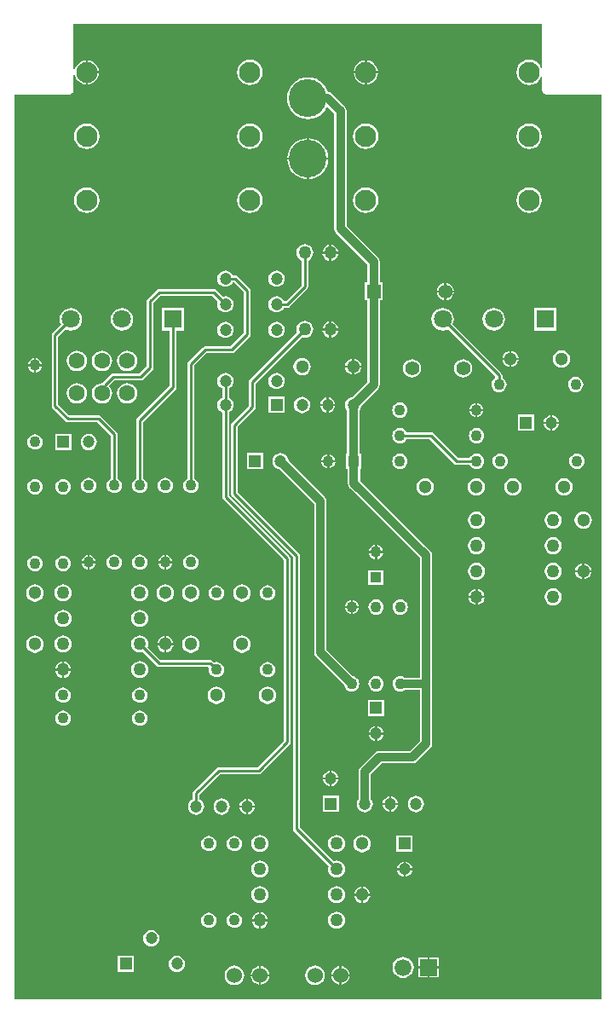
<source format=gtl>
G04*
G04 #@! TF.GenerationSoftware,Altium Limited,Altium Designer,19.0.12 (326)*
G04*
G04 Layer_Physical_Order=1*
G04 Layer_Color=255*
%FSLAX25Y25*%
%MOIN*%
G70*
G01*
G75*
%ADD12C,0.01000*%
%ADD37C,0.03200*%
%ADD38C,0.04724*%
%ADD39R,0.04724X0.04724*%
%ADD40C,0.06299*%
%ADD41R,0.04724X0.04724*%
%ADD42C,0.05000*%
%ADD43C,0.04331*%
%ADD44C,0.05512*%
%ADD45C,0.05118*%
%ADD46R,0.05512X0.05512*%
%ADD47R,0.07087X0.07087*%
%ADD48C,0.07087*%
%ADD49C,0.14765*%
%ADD50C,0.06600*%
%ADD51R,0.06600X0.06600*%
%ADD52C,0.06000*%
%ADD53C,0.08268*%
%ADD54C,0.04725*%
%ADD55R,0.04331X0.04331*%
%ADD56R,0.04331X0.04331*%
%ADD57C,0.03000*%
G36*
X207936Y356923D02*
X207436Y356823D01*
X207119Y357588D01*
X206328Y358619D01*
X205297Y359410D01*
X204097Y359907D01*
X202809Y360077D01*
X201521Y359907D01*
X200321Y359410D01*
X199290Y358619D01*
X198499Y357588D01*
X198002Y356388D01*
X197832Y355100D01*
X198002Y353812D01*
X198499Y352612D01*
X199290Y351581D01*
X200321Y350790D01*
X201521Y350293D01*
X202809Y350123D01*
X204097Y350293D01*
X205297Y350790D01*
X206328Y351581D01*
X207119Y352612D01*
X207436Y353377D01*
X207936Y353277D01*
Y348000D01*
X208052Y347415D01*
X208384Y346919D01*
X208880Y346587D01*
X209465Y346471D01*
X230971D01*
Y-7471D01*
X1529D01*
Y346471D01*
X23030D01*
X23615Y346587D01*
X24111Y346919D01*
X24443Y347415D01*
X24559Y348000D01*
Y353987D01*
X25059Y354020D01*
X25080Y353864D01*
X25557Y352713D01*
X26316Y351724D01*
X27305Y350965D01*
X28456Y350488D01*
X29292Y350378D01*
Y355100D01*
Y359822D01*
X28456Y359712D01*
X27305Y359235D01*
X26316Y358476D01*
X25557Y357487D01*
X25080Y356336D01*
X25059Y356180D01*
X24559Y356213D01*
Y373971D01*
X207936D01*
Y356923D01*
D02*
G37*
%LPC*%
G36*
X139311Y359822D02*
Y355500D01*
X143633D01*
X143523Y356336D01*
X143046Y357487D01*
X142287Y358476D01*
X141298Y359235D01*
X140147Y359712D01*
X139311Y359822D01*
D02*
G37*
G36*
X30092D02*
Y355500D01*
X34414D01*
X34304Y356336D01*
X33827Y357487D01*
X33068Y358476D01*
X32079Y359235D01*
X30928Y359712D01*
X30092Y359822D01*
D02*
G37*
G36*
X138511D02*
X137675Y359712D01*
X136524Y359235D01*
X135535Y358476D01*
X134776Y357487D01*
X134299Y356336D01*
X134189Y355500D01*
X138511D01*
Y359822D01*
D02*
G37*
G36*
X143633Y354700D02*
X139311D01*
Y350378D01*
X140147Y350488D01*
X141298Y350965D01*
X142287Y351724D01*
X143046Y352713D01*
X143523Y353864D01*
X143633Y354700D01*
D02*
G37*
G36*
X34414D02*
X30092D01*
Y350378D01*
X30928Y350488D01*
X32079Y350965D01*
X33068Y351724D01*
X33827Y352713D01*
X34304Y353864D01*
X34414Y354700D01*
D02*
G37*
G36*
X138511D02*
X134189D01*
X134299Y353864D01*
X134776Y352713D01*
X135535Y351724D01*
X136524Y350965D01*
X137675Y350488D01*
X138511Y350378D01*
Y354700D01*
D02*
G37*
G36*
X93590Y360077D02*
X92302Y359907D01*
X91102Y359410D01*
X90071Y358619D01*
X89280Y357588D01*
X88783Y356388D01*
X88613Y355100D01*
X88783Y353812D01*
X89280Y352612D01*
X90071Y351581D01*
X91102Y350790D01*
X92302Y350293D01*
X93590Y350123D01*
X94878Y350293D01*
X96078Y350790D01*
X97109Y351581D01*
X97900Y352612D01*
X98397Y353812D01*
X98567Y355100D01*
X98397Y356388D01*
X97900Y357588D01*
X97109Y358619D01*
X96078Y359410D01*
X94878Y359907D01*
X93590Y360077D01*
D02*
G37*
G36*
X202809Y335077D02*
X201521Y334907D01*
X200321Y334410D01*
X199290Y333619D01*
X198499Y332588D01*
X198002Y331388D01*
X197832Y330100D01*
X198002Y328812D01*
X198499Y327612D01*
X199290Y326581D01*
X200321Y325790D01*
X201521Y325293D01*
X202809Y325123D01*
X204097Y325293D01*
X205297Y325790D01*
X206328Y326581D01*
X207119Y327612D01*
X207616Y328812D01*
X207786Y330100D01*
X207616Y331388D01*
X207119Y332588D01*
X206328Y333619D01*
X205297Y334410D01*
X204097Y334907D01*
X202809Y335077D01*
D02*
G37*
G36*
X138911D02*
X137623Y334907D01*
X136423Y334410D01*
X135392Y333619D01*
X134601Y332588D01*
X134104Y331388D01*
X133934Y330100D01*
X134104Y328812D01*
X134601Y327612D01*
X135392Y326581D01*
X136423Y325790D01*
X137623Y325293D01*
X138911Y325123D01*
X140199Y325293D01*
X141399Y325790D01*
X142430Y326581D01*
X143221Y327612D01*
X143718Y328812D01*
X143888Y330100D01*
X143718Y331388D01*
X143221Y332588D01*
X142430Y333619D01*
X141399Y334410D01*
X140199Y334907D01*
X138911Y335077D01*
D02*
G37*
G36*
X93590D02*
X92302Y334907D01*
X91102Y334410D01*
X90071Y333619D01*
X89280Y332588D01*
X88783Y331388D01*
X88613Y330100D01*
X88783Y328812D01*
X89280Y327612D01*
X90071Y326581D01*
X91102Y325790D01*
X92302Y325293D01*
X93590Y325123D01*
X94878Y325293D01*
X96078Y325790D01*
X97109Y326581D01*
X97900Y327612D01*
X98397Y328812D01*
X98567Y330100D01*
X98397Y331388D01*
X97900Y332588D01*
X97109Y333619D01*
X96078Y334410D01*
X94878Y334907D01*
X93590Y335077D01*
D02*
G37*
G36*
X29692D02*
X28404Y334907D01*
X27204Y334410D01*
X26173Y333619D01*
X25382Y332588D01*
X24885Y331388D01*
X24715Y330100D01*
X24885Y328812D01*
X25382Y327612D01*
X26173Y326581D01*
X27204Y325790D01*
X28404Y325293D01*
X29692Y325123D01*
X30980Y325293D01*
X32180Y325790D01*
X33211Y326581D01*
X34002Y327612D01*
X34499Y328812D01*
X34669Y330100D01*
X34499Y331388D01*
X34002Y332588D01*
X33211Y333619D01*
X32180Y334410D01*
X30980Y334907D01*
X29692Y335077D01*
D02*
G37*
G36*
X116650Y329259D02*
Y321678D01*
X124232D01*
X124117Y322843D01*
X123660Y324347D01*
X122919Y325734D01*
X121922Y326950D01*
X120706Y327947D01*
X119319Y328688D01*
X117815Y329145D01*
X116650Y329259D01*
D02*
G37*
G36*
X115850D02*
X114685Y329145D01*
X113180Y328688D01*
X111794Y327947D01*
X110578Y326950D01*
X109581Y325734D01*
X108840Y324347D01*
X108383Y322843D01*
X108268Y321678D01*
X115850D01*
Y329259D01*
D02*
G37*
G36*
X124232Y320878D02*
X116650D01*
Y313297D01*
X117815Y313411D01*
X119319Y313868D01*
X120706Y314609D01*
X121922Y315606D01*
X122919Y316822D01*
X123660Y318209D01*
X124117Y319713D01*
X124232Y320878D01*
D02*
G37*
G36*
X115850D02*
X108268D01*
X108383Y319713D01*
X108840Y318209D01*
X109581Y316822D01*
X110578Y315606D01*
X111794Y314609D01*
X113180Y313868D01*
X114685Y313411D01*
X115850Y313297D01*
Y320878D01*
D02*
G37*
G36*
X202809Y310077D02*
X201521Y309907D01*
X200321Y309410D01*
X199290Y308619D01*
X198499Y307588D01*
X198002Y306388D01*
X197832Y305100D01*
X198002Y303812D01*
X198499Y302612D01*
X199290Y301581D01*
X200321Y300790D01*
X201521Y300293D01*
X202809Y300123D01*
X204097Y300293D01*
X205297Y300790D01*
X206328Y301581D01*
X207119Y302612D01*
X207616Y303812D01*
X207786Y305100D01*
X207616Y306388D01*
X207119Y307588D01*
X206328Y308619D01*
X205297Y309410D01*
X204097Y309907D01*
X202809Y310077D01*
D02*
G37*
G36*
X138911D02*
X137623Y309907D01*
X136423Y309410D01*
X135392Y308619D01*
X134601Y307588D01*
X134104Y306388D01*
X133934Y305100D01*
X134104Y303812D01*
X134601Y302612D01*
X135392Y301581D01*
X136423Y300790D01*
X137623Y300293D01*
X138911Y300123D01*
X140199Y300293D01*
X141399Y300790D01*
X142430Y301581D01*
X143221Y302612D01*
X143718Y303812D01*
X143888Y305100D01*
X143718Y306388D01*
X143221Y307588D01*
X142430Y308619D01*
X141399Y309410D01*
X140199Y309907D01*
X138911Y310077D01*
D02*
G37*
G36*
X93590D02*
X92302Y309907D01*
X91102Y309410D01*
X90071Y308619D01*
X89280Y307588D01*
X88783Y306388D01*
X88613Y305100D01*
X88783Y303812D01*
X89280Y302612D01*
X90071Y301581D01*
X91102Y300790D01*
X92302Y300293D01*
X93590Y300123D01*
X94878Y300293D01*
X96078Y300790D01*
X97109Y301581D01*
X97900Y302612D01*
X98397Y303812D01*
X98567Y305100D01*
X98397Y306388D01*
X97900Y307588D01*
X97109Y308619D01*
X96078Y309410D01*
X94878Y309907D01*
X93590Y310077D01*
D02*
G37*
G36*
X29692D02*
X28404Y309907D01*
X27204Y309410D01*
X26173Y308619D01*
X25382Y307588D01*
X24885Y306388D01*
X24715Y305100D01*
X24885Y303812D01*
X25382Y302612D01*
X26173Y301581D01*
X27204Y300790D01*
X28404Y300293D01*
X29692Y300123D01*
X30980Y300293D01*
X32180Y300790D01*
X33211Y301581D01*
X34002Y302612D01*
X34499Y303812D01*
X34669Y305100D01*
X34499Y306388D01*
X34002Y307588D01*
X33211Y308619D01*
X32180Y309410D01*
X30980Y309907D01*
X29692Y310077D01*
D02*
G37*
G36*
X125400Y287574D02*
Y284900D01*
X128074D01*
X128020Y285309D01*
X127708Y286063D01*
X127211Y286711D01*
X126563Y287208D01*
X125809Y287520D01*
X125400Y287574D01*
D02*
G37*
G36*
X124600D02*
X124191Y287520D01*
X123437Y287208D01*
X122789Y286711D01*
X122292Y286063D01*
X121980Y285309D01*
X121926Y284900D01*
X124600D01*
Y287574D01*
D02*
G37*
G36*
X128074Y284100D02*
X125400D01*
Y281426D01*
X125809Y281480D01*
X126563Y281792D01*
X127211Y282289D01*
X127708Y282937D01*
X128020Y283691D01*
X128074Y284100D01*
D02*
G37*
G36*
X124600D02*
X121926D01*
X121980Y283691D01*
X122292Y282937D01*
X122789Y282289D01*
X123437Y281792D01*
X124191Y281480D01*
X124600Y281426D01*
Y284100D01*
D02*
G37*
G36*
X104000Y277556D02*
X103174Y277447D01*
X102405Y277129D01*
X101744Y276622D01*
X101238Y275961D01*
X100919Y275192D01*
X100810Y274366D01*
X100919Y273540D01*
X101238Y272771D01*
X101744Y272111D01*
X102405Y271604D01*
X103174Y271285D01*
X104000Y271176D01*
X104826Y271285D01*
X105595Y271604D01*
X106255Y272111D01*
X106762Y272771D01*
X107081Y273540D01*
X107190Y274366D01*
X107081Y275192D01*
X106762Y275961D01*
X106255Y276622D01*
X105595Y277129D01*
X104826Y277447D01*
X104000Y277556D01*
D02*
G37*
G36*
X170400Y272732D02*
Y269800D01*
X173332D01*
X173270Y270276D01*
X172932Y271093D01*
X172394Y271794D01*
X171693Y272332D01*
X170876Y272670D01*
X170400Y272732D01*
D02*
G37*
G36*
X169600D02*
X169124Y272670D01*
X168307Y272332D01*
X167606Y271794D01*
X167069Y271093D01*
X166730Y270276D01*
X166668Y269800D01*
X169600D01*
Y272732D01*
D02*
G37*
G36*
X173332Y269000D02*
X170400D01*
Y266068D01*
X170876Y266130D01*
X171693Y266469D01*
X172394Y267006D01*
X172932Y267707D01*
X173270Y268524D01*
X173332Y269000D01*
D02*
G37*
G36*
X169600D02*
X166668D01*
X166730Y268524D01*
X167069Y267707D01*
X167606Y267006D01*
X168307Y266469D01*
X169124Y266130D01*
X169600Y266068D01*
Y269000D01*
D02*
G37*
G36*
X115000Y287828D02*
X114138Y287715D01*
X113336Y287383D01*
X112646Y286854D01*
X112118Y286164D01*
X111785Y285362D01*
X111671Y284500D01*
X111785Y283639D01*
X112118Y282836D01*
X112646Y282146D01*
X113336Y281617D01*
X113674Y281477D01*
Y271725D01*
X107641Y265692D01*
X106874D01*
X106762Y265961D01*
X106255Y266622D01*
X105595Y267129D01*
X104826Y267447D01*
X104000Y267556D01*
X103174Y267447D01*
X102405Y267129D01*
X101744Y266622D01*
X101238Y265961D01*
X100919Y265192D01*
X100810Y264366D01*
X100919Y263541D01*
X101238Y262771D01*
X101744Y262111D01*
X102405Y261604D01*
X103174Y261285D01*
X104000Y261176D01*
X104826Y261285D01*
X105595Y261604D01*
X106255Y262111D01*
X106762Y262771D01*
X106874Y263041D01*
X108190D01*
X108697Y263142D01*
X109127Y263429D01*
X115937Y270239D01*
X116225Y270669D01*
X116325Y271176D01*
Y281477D01*
X116664Y281617D01*
X117354Y282146D01*
X117883Y282836D01*
X118215Y283639D01*
X118328Y284500D01*
X118215Y285362D01*
X117883Y286164D01*
X117354Y286854D01*
X116664Y287383D01*
X115861Y287715D01*
X115000Y287828D01*
D02*
G37*
G36*
X79366Y270325D02*
X58000D01*
X57493Y270225D01*
X57063Y269937D01*
X53563Y266437D01*
X53275Y266007D01*
X53175Y265500D01*
Y240172D01*
X50289Y237286D01*
X39961D01*
X39454Y237186D01*
X39024Y236898D01*
X35793Y233668D01*
X35730Y233572D01*
X35717Y233574D01*
X34686Y233438D01*
X33725Y233040D01*
X32900Y232407D01*
X32267Y231582D01*
X31869Y230622D01*
X31733Y229591D01*
X31869Y228559D01*
X32267Y227599D01*
X32900Y226774D01*
X33725Y226141D01*
X34686Y225743D01*
X35717Y225607D01*
X36748Y225743D01*
X37708Y226141D01*
X38533Y226774D01*
X39166Y227599D01*
X39564Y228559D01*
X39700Y229591D01*
X39564Y230622D01*
X39166Y231582D01*
X38533Y232407D01*
X38518Y232643D01*
X40510Y234636D01*
X50838D01*
X51345Y234736D01*
X51775Y235024D01*
X55437Y238686D01*
X55725Y239116D01*
X55826Y239623D01*
Y264951D01*
X58549Y267674D01*
X78817D01*
X81030Y265461D01*
X80919Y265192D01*
X80810Y264366D01*
X80919Y263541D01*
X81238Y262771D01*
X81744Y262111D01*
X82405Y261604D01*
X83174Y261285D01*
X84000Y261176D01*
X84826Y261285D01*
X85595Y261604D01*
X86256Y262111D01*
X86762Y262771D01*
X87081Y263541D01*
X87190Y264366D01*
X87081Y265192D01*
X86762Y265961D01*
X86256Y266622D01*
X85595Y267129D01*
X84826Y267447D01*
X84000Y267556D01*
X83174Y267447D01*
X82905Y267336D01*
X80303Y269937D01*
X79873Y270225D01*
X79366Y270325D01*
D02*
G37*
G36*
X125400Y257574D02*
Y254900D01*
X128074D01*
X128020Y255309D01*
X127708Y256063D01*
X127211Y256711D01*
X126563Y257208D01*
X125809Y257520D01*
X125400Y257574D01*
D02*
G37*
G36*
X124600D02*
X124191Y257520D01*
X123437Y257208D01*
X122789Y256711D01*
X122292Y256063D01*
X121980Y255309D01*
X121926Y254900D01*
X124600D01*
Y257574D01*
D02*
G37*
G36*
X213344Y262843D02*
X204657D01*
Y254156D01*
X213344D01*
Y262843D01*
D02*
G37*
G36*
X189000Y262881D02*
X187866Y262732D01*
X186810Y262294D01*
X185902Y261598D01*
X185206Y260690D01*
X184768Y259634D01*
X184619Y258500D01*
X184768Y257366D01*
X185206Y256310D01*
X185902Y255402D01*
X186810Y254706D01*
X187866Y254268D01*
X189000Y254119D01*
X190134Y254268D01*
X191191Y254706D01*
X192098Y255402D01*
X192794Y256310D01*
X193232Y257366D01*
X193381Y258500D01*
X193232Y259634D01*
X192794Y260690D01*
X192098Y261598D01*
X191191Y262294D01*
X190134Y262732D01*
X189000Y262881D01*
D02*
G37*
G36*
X43500D02*
X42366Y262732D01*
X41309Y262294D01*
X40402Y261598D01*
X39706Y260690D01*
X39268Y259634D01*
X39119Y258500D01*
X39268Y257366D01*
X39706Y256310D01*
X40402Y255402D01*
X41309Y254706D01*
X42366Y254268D01*
X43500Y254119D01*
X44634Y254268D01*
X45691Y254706D01*
X46598Y255402D01*
X47294Y256310D01*
X47732Y257366D01*
X47881Y258500D01*
X47732Y259634D01*
X47294Y260690D01*
X46598Y261598D01*
X45691Y262294D01*
X44634Y262732D01*
X43500Y262881D01*
D02*
G37*
G36*
X23500D02*
X22366Y262732D01*
X21309Y262294D01*
X20402Y261598D01*
X19706Y260690D01*
X19268Y259634D01*
X19119Y258500D01*
X19268Y257366D01*
X19627Y256501D01*
X16348Y253222D01*
X16060Y252792D01*
X15959Y252285D01*
Y224581D01*
X16060Y224074D01*
X16348Y223644D01*
X21429Y218563D01*
X21859Y218275D01*
X22366Y218175D01*
X33942D01*
X39175Y212942D01*
Y196161D01*
X39004Y196090D01*
X38385Y195615D01*
X37910Y194995D01*
X37611Y194274D01*
X37509Y193500D01*
X37611Y192726D01*
X37910Y192005D01*
X38385Y191385D01*
X39004Y190910D01*
X39726Y190611D01*
X40500Y190509D01*
X41274Y190611D01*
X41995Y190910D01*
X42615Y191385D01*
X43090Y192005D01*
X43389Y192726D01*
X43491Y193500D01*
X43389Y194274D01*
X43090Y194995D01*
X42615Y195615D01*
X41995Y196090D01*
X41826Y196161D01*
Y213491D01*
X41725Y213998D01*
X41437Y214428D01*
X35428Y220437D01*
X34998Y220725D01*
X34491Y220826D01*
X22915D01*
X18610Y225130D01*
Y251736D01*
X21501Y254627D01*
X22366Y254268D01*
X23500Y254119D01*
X24634Y254268D01*
X25690Y254706D01*
X26598Y255402D01*
X27294Y256310D01*
X27732Y257366D01*
X27881Y258500D01*
X27732Y259634D01*
X27294Y260690D01*
X26598Y261598D01*
X25690Y262294D01*
X24634Y262732D01*
X23500Y262881D01*
D02*
G37*
G36*
X128074Y254100D02*
X125400D01*
Y251426D01*
X125809Y251480D01*
X126563Y251792D01*
X127211Y252289D01*
X127708Y252937D01*
X128020Y253691D01*
X128074Y254100D01*
D02*
G37*
G36*
X124600D02*
X121926D01*
X121980Y253691D01*
X122292Y252937D01*
X122789Y252289D01*
X123437Y251792D01*
X124191Y251480D01*
X124600Y251426D01*
Y254100D01*
D02*
G37*
G36*
X104000Y257556D02*
X103174Y257447D01*
X102405Y257129D01*
X101744Y256622D01*
X101238Y255961D01*
X100919Y255192D01*
X100810Y254366D01*
X100919Y253540D01*
X101238Y252771D01*
X101744Y252111D01*
X102405Y251604D01*
X103174Y251285D01*
X104000Y251176D01*
X104826Y251285D01*
X105595Y251604D01*
X106255Y252111D01*
X106762Y252771D01*
X107081Y253540D01*
X107190Y254366D01*
X107081Y255192D01*
X106762Y255961D01*
X106255Y256622D01*
X105595Y257129D01*
X104826Y257447D01*
X104000Y257556D01*
D02*
G37*
G36*
X84000D02*
X83174Y257447D01*
X82405Y257129D01*
X81744Y256622D01*
X81238Y255961D01*
X80919Y255192D01*
X80810Y254366D01*
X80919Y253540D01*
X81238Y252771D01*
X81744Y252111D01*
X82405Y251604D01*
X83174Y251285D01*
X84000Y251176D01*
X84826Y251285D01*
X85595Y251604D01*
X86256Y252111D01*
X86762Y252771D01*
X87081Y253540D01*
X87190Y254366D01*
X87081Y255192D01*
X86762Y255961D01*
X86256Y256622D01*
X85595Y257129D01*
X84826Y257447D01*
X84000Y257556D01*
D02*
G37*
G36*
X115000Y257828D02*
X114138Y257715D01*
X113336Y257382D01*
X112646Y256854D01*
X112118Y256164D01*
X111785Y255362D01*
X111671Y254500D01*
X111785Y253639D01*
X111925Y253300D01*
X93563Y234937D01*
X93275Y234507D01*
X93174Y234000D01*
Y224737D01*
X86500Y218062D01*
X86213Y217632D01*
X86112Y217125D01*
Y190399D01*
X86213Y189891D01*
X86500Y189461D01*
X110419Y165542D01*
Y59255D01*
X110520Y58748D01*
X110808Y58318D01*
X124425Y44700D01*
X124285Y44361D01*
X124171Y43500D01*
X124285Y42638D01*
X124618Y41836D01*
X125146Y41146D01*
X125836Y40617D01*
X126638Y40285D01*
X127500Y40172D01*
X128361Y40285D01*
X129164Y40617D01*
X129854Y41146D01*
X130383Y41836D01*
X130715Y42638D01*
X130828Y43500D01*
X130715Y44361D01*
X130383Y45164D01*
X129854Y45854D01*
X129164Y46382D01*
X128361Y46715D01*
X127500Y46828D01*
X126638Y46715D01*
X126300Y46575D01*
X113070Y59804D01*
Y166091D01*
X112969Y166598D01*
X112682Y167028D01*
X88763Y190947D01*
Y216576D01*
X95437Y223250D01*
X95725Y223680D01*
X95825Y224187D01*
Y233451D01*
X113800Y251425D01*
X114138Y251285D01*
X115000Y251171D01*
X115861Y251285D01*
X116664Y251618D01*
X117354Y252146D01*
X117883Y252836D01*
X118215Y253639D01*
X118328Y254500D01*
X118215Y255362D01*
X117883Y256164D01*
X117354Y256854D01*
X116664Y257382D01*
X115861Y257715D01*
X115000Y257828D01*
D02*
G37*
G36*
X195900Y246134D02*
Y243400D01*
X198634D01*
X198578Y243825D01*
X198259Y244593D01*
X197753Y245253D01*
X197093Y245759D01*
X196325Y246078D01*
X195900Y246134D01*
D02*
G37*
G36*
X195100D02*
X194675Y246078D01*
X193907Y245759D01*
X193247Y245253D01*
X192741Y244593D01*
X192422Y243825D01*
X192366Y243400D01*
X195100D01*
Y246134D01*
D02*
G37*
G36*
X9900Y243237D02*
Y240900D01*
X12237D01*
X12194Y241222D01*
X11916Y241895D01*
X11472Y242472D01*
X10895Y242916D01*
X10222Y243194D01*
X9900Y243237D01*
D02*
G37*
G36*
X9100D02*
X8778Y243194D01*
X8105Y242916D01*
X7528Y242472D01*
X7084Y241895D01*
X6806Y241222D01*
X6763Y240900D01*
X9100D01*
Y243237D01*
D02*
G37*
G36*
X134400Y243134D02*
Y240400D01*
X137134D01*
X137078Y240825D01*
X136759Y241593D01*
X136253Y242253D01*
X135593Y242759D01*
X134825Y243078D01*
X134400Y243134D01*
D02*
G37*
G36*
X133600D02*
X133175Y243078D01*
X132407Y242759D01*
X131747Y242253D01*
X131241Y241593D01*
X130922Y240825D01*
X130866Y240400D01*
X133600D01*
Y243134D01*
D02*
G37*
G36*
X198634Y242600D02*
X195900D01*
Y239866D01*
X196325Y239922D01*
X197093Y240241D01*
X197753Y240747D01*
X198259Y241407D01*
X198578Y242175D01*
X198634Y242600D01*
D02*
G37*
G36*
X195100D02*
X192366D01*
X192422Y242175D01*
X192741Y241407D01*
X193247Y240747D01*
X193907Y240241D01*
X194675Y239922D01*
X195100Y239866D01*
Y242600D01*
D02*
G37*
G36*
X215500Y246388D02*
X214623Y246272D01*
X213806Y245934D01*
X213104Y245396D01*
X212566Y244694D01*
X212228Y243877D01*
X212112Y243000D01*
X212228Y242123D01*
X212566Y241306D01*
X213104Y240604D01*
X213806Y240066D01*
X214623Y239727D01*
X215500Y239612D01*
X216377Y239727D01*
X217194Y240066D01*
X217896Y240604D01*
X218434Y241306D01*
X218773Y242123D01*
X218888Y243000D01*
X218773Y243877D01*
X218434Y244694D01*
X217896Y245396D01*
X217194Y245934D01*
X216377Y246272D01*
X215500Y246388D01*
D02*
G37*
G36*
X45559Y246173D02*
X44528Y246037D01*
X43567Y245639D01*
X42742Y245006D01*
X42109Y244181D01*
X41711Y243220D01*
X41576Y242189D01*
X41711Y241158D01*
X42109Y240197D01*
X42742Y239372D01*
X43567Y238739D01*
X44528Y238341D01*
X45559Y238205D01*
X46590Y238341D01*
X47551Y238739D01*
X48376Y239372D01*
X49009Y240197D01*
X49407Y241158D01*
X49543Y242189D01*
X49407Y243220D01*
X49009Y244181D01*
X48376Y245006D01*
X47551Y245639D01*
X46590Y246037D01*
X45559Y246173D01*
D02*
G37*
G36*
X35717D02*
X34686Y246037D01*
X33725Y245639D01*
X32900Y245006D01*
X32267Y244181D01*
X31869Y243220D01*
X31733Y242189D01*
X31869Y241158D01*
X32267Y240197D01*
X32900Y239372D01*
X33725Y238739D01*
X34686Y238341D01*
X35717Y238205D01*
X36748Y238341D01*
X37708Y238739D01*
X38533Y239372D01*
X39166Y240197D01*
X39564Y241158D01*
X39700Y242189D01*
X39564Y243220D01*
X39166Y244181D01*
X38533Y245006D01*
X37708Y245639D01*
X36748Y246037D01*
X35717Y246173D01*
D02*
G37*
G36*
X25874D02*
X24843Y246037D01*
X23882Y245639D01*
X23057Y245006D01*
X22424Y244181D01*
X22026Y243220D01*
X21890Y242189D01*
X22026Y241158D01*
X22424Y240197D01*
X23057Y239372D01*
X23882Y238739D01*
X24843Y238341D01*
X25874Y238205D01*
X26905Y238341D01*
X27866Y238739D01*
X28691Y239372D01*
X29324Y240197D01*
X29722Y241158D01*
X29858Y242189D01*
X29722Y243220D01*
X29324Y244181D01*
X28691Y245006D01*
X27866Y245639D01*
X26905Y246037D01*
X25874Y246173D01*
D02*
G37*
G36*
X12237Y240100D02*
X9900D01*
Y237763D01*
X10222Y237806D01*
X10895Y238084D01*
X11472Y238528D01*
X11916Y239105D01*
X12194Y239778D01*
X12237Y240100D01*
D02*
G37*
G36*
X9100D02*
X6763D01*
X6806Y239778D01*
X7084Y239105D01*
X7528Y238528D01*
X8105Y238084D01*
X8778Y237806D01*
X9100Y237763D01*
Y240100D01*
D02*
G37*
G36*
X137134Y239600D02*
X134400D01*
Y236866D01*
X134825Y236922D01*
X135593Y237241D01*
X136253Y237747D01*
X136759Y238407D01*
X137078Y239175D01*
X137134Y239600D01*
D02*
G37*
G36*
X133600D02*
X130866D01*
X130922Y239175D01*
X131241Y238407D01*
X131747Y237747D01*
X132407Y237241D01*
X133175Y236922D01*
X133600Y236866D01*
Y239600D01*
D02*
G37*
G36*
X114000Y243388D02*
X113123Y243272D01*
X112306Y242934D01*
X111604Y242396D01*
X111066Y241694D01*
X110728Y240877D01*
X110612Y240000D01*
X110728Y239123D01*
X111066Y238306D01*
X111604Y237604D01*
X112306Y237066D01*
X113123Y236727D01*
X114000Y236612D01*
X114877Y236727D01*
X115694Y237066D01*
X116396Y237604D01*
X116934Y238306D01*
X117272Y239123D01*
X117388Y240000D01*
X117272Y240877D01*
X116934Y241694D01*
X116396Y242396D01*
X115694Y242934D01*
X114877Y243272D01*
X114000Y243388D01*
D02*
G37*
G36*
X177000Y242887D02*
X176072Y242764D01*
X175207Y242406D01*
X174464Y241836D01*
X173894Y241093D01*
X173536Y240228D01*
X173413Y239300D01*
X173536Y238372D01*
X173894Y237507D01*
X174464Y236764D01*
X175207Y236194D01*
X176072Y235836D01*
X177000Y235713D01*
X177928Y235836D01*
X178793Y236194D01*
X179536Y236764D01*
X180106Y237507D01*
X180464Y238372D01*
X180587Y239300D01*
X180464Y240228D01*
X180106Y241093D01*
X179536Y241836D01*
X178793Y242406D01*
X177928Y242764D01*
X177000Y242887D01*
D02*
G37*
G36*
X157000D02*
X156072Y242764D01*
X155207Y242406D01*
X154464Y241836D01*
X153894Y241093D01*
X153535Y240228D01*
X153413Y239300D01*
X153535Y238372D01*
X153894Y237507D01*
X154464Y236764D01*
X155207Y236194D01*
X156072Y235836D01*
X157000Y235713D01*
X157928Y235836D01*
X158793Y236194D01*
X159536Y236764D01*
X160106Y237507D01*
X160465Y238372D01*
X160587Y239300D01*
X160465Y240228D01*
X160106Y241093D01*
X159536Y241836D01*
X158793Y242406D01*
X157928Y242764D01*
X157000Y242887D01*
D02*
G37*
G36*
X104000Y237556D02*
X103174Y237447D01*
X102405Y237129D01*
X101744Y236622D01*
X101238Y235961D01*
X100919Y235192D01*
X100810Y234366D01*
X100919Y233541D01*
X101238Y232771D01*
X101744Y232111D01*
X102405Y231604D01*
X103174Y231285D01*
X104000Y231176D01*
X104826Y231285D01*
X105595Y231604D01*
X106255Y232111D01*
X106762Y232771D01*
X107081Y233541D01*
X107190Y234366D01*
X107081Y235192D01*
X106762Y235961D01*
X106255Y236622D01*
X105595Y237129D01*
X104826Y237447D01*
X104000Y237556D01*
D02*
G37*
G36*
X221000Y235991D02*
X220226Y235889D01*
X219504Y235590D01*
X218885Y235115D01*
X218410Y234495D01*
X218111Y233774D01*
X218009Y233000D01*
X218111Y232226D01*
X218410Y231505D01*
X218885Y230885D01*
X219504Y230410D01*
X220226Y230111D01*
X221000Y230009D01*
X221774Y230111D01*
X222496Y230410D01*
X223115Y230885D01*
X223590Y231505D01*
X223889Y232226D01*
X223991Y233000D01*
X223889Y233774D01*
X223590Y234495D01*
X223115Y235115D01*
X222496Y235590D01*
X221774Y235889D01*
X221000Y235991D01*
D02*
G37*
G36*
X169000Y262881D02*
X167866Y262732D01*
X166809Y262294D01*
X165902Y261598D01*
X165206Y260690D01*
X164768Y259634D01*
X164619Y258500D01*
X164768Y257366D01*
X165206Y256310D01*
X165902Y255402D01*
X166809Y254706D01*
X167866Y254268D01*
X169000Y254119D01*
X170134Y254268D01*
X170999Y254627D01*
X189503Y236123D01*
X189504Y235854D01*
X189446Y235546D01*
X188885Y235115D01*
X188410Y234495D01*
X188111Y233774D01*
X188009Y233000D01*
X188111Y232226D01*
X188410Y231505D01*
X188885Y230885D01*
X189505Y230410D01*
X190226Y230111D01*
X191000Y230009D01*
X191774Y230111D01*
X192496Y230410D01*
X193115Y230885D01*
X193590Y231505D01*
X193889Y232226D01*
X193991Y233000D01*
X193889Y233774D01*
X193590Y234495D01*
X193115Y235115D01*
X192496Y235590D01*
X192325Y235661D01*
Y236500D01*
X192225Y237007D01*
X191937Y237437D01*
X172873Y256501D01*
X173232Y257366D01*
X173381Y258500D01*
X173232Y259634D01*
X172794Y260690D01*
X172098Y261598D01*
X171191Y262294D01*
X170134Y262732D01*
X169000Y262881D01*
D02*
G37*
G36*
X45559Y233574D02*
X44528Y233438D01*
X43567Y233040D01*
X42742Y232407D01*
X42109Y231582D01*
X41711Y230622D01*
X41576Y229591D01*
X41711Y228559D01*
X42109Y227599D01*
X42742Y226774D01*
X43567Y226141D01*
X44528Y225743D01*
X45559Y225607D01*
X46590Y225743D01*
X47551Y226141D01*
X48376Y226774D01*
X49009Y227599D01*
X49407Y228559D01*
X49543Y229591D01*
X49407Y230622D01*
X49009Y231582D01*
X48376Y232407D01*
X47551Y233040D01*
X46590Y233438D01*
X45559Y233574D01*
D02*
G37*
G36*
X25874D02*
X24843Y233438D01*
X23882Y233040D01*
X23057Y232407D01*
X22424Y231582D01*
X22026Y230622D01*
X21890Y229591D01*
X22026Y228559D01*
X22424Y227599D01*
X23057Y226774D01*
X23882Y226141D01*
X24843Y225743D01*
X25874Y225607D01*
X26905Y225743D01*
X27866Y226141D01*
X28691Y226774D01*
X29324Y227599D01*
X29722Y228559D01*
X29858Y229591D01*
X29722Y230622D01*
X29324Y231582D01*
X28691Y232407D01*
X27866Y233040D01*
X26905Y233438D01*
X25874Y233574D01*
D02*
G37*
G36*
X124400Y227935D02*
Y225400D01*
X126935D01*
X126886Y225773D01*
X126587Y226494D01*
X126112Y227113D01*
X125494Y227587D01*
X124773Y227886D01*
X124400Y227935D01*
D02*
G37*
G36*
X123600D02*
X123227Y227886D01*
X122506Y227587D01*
X121888Y227113D01*
X121413Y226494D01*
X121114Y225773D01*
X121065Y225400D01*
X123600D01*
Y227935D01*
D02*
G37*
G36*
X182600Y225737D02*
Y223400D01*
X184937D01*
X184894Y223722D01*
X184616Y224395D01*
X184172Y224972D01*
X183595Y225416D01*
X182922Y225694D01*
X182600Y225737D01*
D02*
G37*
G36*
X181800D02*
X181478Y225694D01*
X180805Y225416D01*
X180228Y224972D01*
X179784Y224395D01*
X179506Y223722D01*
X179463Y223400D01*
X181800D01*
Y225737D01*
D02*
G37*
G36*
X126935Y224600D02*
X124400D01*
Y222065D01*
X124773Y222114D01*
X125494Y222413D01*
X126112Y222887D01*
X126587Y223506D01*
X126886Y224227D01*
X126935Y224600D01*
D02*
G37*
G36*
X123600D02*
X121065D01*
X121114Y224227D01*
X121413Y223506D01*
X121888Y222887D01*
X122506Y222413D01*
X123227Y222114D01*
X123600Y222065D01*
Y224600D01*
D02*
G37*
G36*
X107162Y228162D02*
X100838D01*
Y221838D01*
X107162D01*
Y228162D01*
D02*
G37*
G36*
X114000Y228189D02*
X113174Y228081D01*
X112405Y227762D01*
X111745Y227255D01*
X111238Y226595D01*
X110919Y225826D01*
X110811Y225000D01*
X110919Y224174D01*
X111238Y223405D01*
X111745Y222745D01*
X112405Y222238D01*
X113174Y221919D01*
X114000Y221811D01*
X114825Y221919D01*
X115595Y222238D01*
X116255Y222745D01*
X116762Y223405D01*
X117081Y224174D01*
X117189Y225000D01*
X117081Y225826D01*
X116762Y226595D01*
X116255Y227255D01*
X115595Y227762D01*
X114825Y228081D01*
X114000Y228189D01*
D02*
G37*
G36*
X184937Y222600D02*
X182600D01*
Y220263D01*
X182922Y220306D01*
X183595Y220584D01*
X184172Y221028D01*
X184616Y221605D01*
X184894Y222278D01*
X184937Y222600D01*
D02*
G37*
G36*
X181800D02*
X179463D01*
X179506Y222278D01*
X179784Y221605D01*
X180228Y221028D01*
X180805Y220584D01*
X181478Y220306D01*
X181800Y220263D01*
Y222600D01*
D02*
G37*
G36*
X152200Y225991D02*
X151426Y225889D01*
X150705Y225590D01*
X150085Y225115D01*
X149610Y224496D01*
X149311Y223774D01*
X149209Y223000D01*
X149311Y222226D01*
X149610Y221504D01*
X150085Y220885D01*
X150705Y220410D01*
X151426Y220111D01*
X152200Y220009D01*
X152974Y220111D01*
X153695Y220410D01*
X154315Y220885D01*
X154790Y221504D01*
X155089Y222226D01*
X155191Y223000D01*
X155089Y223774D01*
X154790Y224496D01*
X154315Y225115D01*
X153695Y225590D01*
X152974Y225889D01*
X152200Y225991D01*
D02*
G37*
G36*
X211900Y220935D02*
Y218400D01*
X214435D01*
X214386Y218773D01*
X214087Y219494D01*
X213613Y220112D01*
X212994Y220587D01*
X212273Y220886D01*
X211900Y220935D01*
D02*
G37*
G36*
X211100D02*
X210727Y220886D01*
X210006Y220587D01*
X209387Y220112D01*
X208913Y219494D01*
X208614Y218773D01*
X208565Y218400D01*
X211100D01*
Y220935D01*
D02*
G37*
G36*
X214435Y217600D02*
X211900D01*
Y215065D01*
X212273Y215114D01*
X212994Y215413D01*
X213613Y215887D01*
X214087Y216506D01*
X214386Y217227D01*
X214435Y217600D01*
D02*
G37*
G36*
X211100D02*
X208565D01*
X208614Y217227D01*
X208913Y216506D01*
X209387Y215887D01*
X210006Y215413D01*
X210727Y215114D01*
X211100Y215065D01*
Y217600D01*
D02*
G37*
G36*
X204662Y221162D02*
X198338D01*
Y214838D01*
X204662D01*
Y221162D01*
D02*
G37*
G36*
X182200Y215991D02*
X181426Y215889D01*
X180704Y215590D01*
X180085Y215115D01*
X179610Y214495D01*
X179311Y213774D01*
X179209Y213000D01*
X179311Y212226D01*
X179610Y211505D01*
X180085Y210885D01*
X180704Y210410D01*
X181426Y210111D01*
X182200Y210009D01*
X182974Y210111D01*
X183695Y210410D01*
X184315Y210885D01*
X184790Y211505D01*
X185089Y212226D01*
X185191Y213000D01*
X185089Y213774D01*
X184790Y214495D01*
X184315Y215115D01*
X183695Y215590D01*
X182974Y215889D01*
X182200Y215991D01*
D02*
G37*
G36*
X9500Y213491D02*
X8726Y213389D01*
X8004Y213090D01*
X7385Y212615D01*
X6910Y211996D01*
X6611Y211274D01*
X6509Y210500D01*
X6611Y209726D01*
X6910Y209004D01*
X7385Y208385D01*
X8004Y207910D01*
X8726Y207611D01*
X9500Y207509D01*
X10274Y207611D01*
X10995Y207910D01*
X11615Y208385D01*
X12090Y209004D01*
X12389Y209726D01*
X12491Y210500D01*
X12389Y211274D01*
X12090Y211996D01*
X11615Y212615D01*
X10995Y213090D01*
X10274Y213389D01*
X9500Y213491D01*
D02*
G37*
G36*
X23662Y213662D02*
X17338D01*
Y207338D01*
X23662D01*
Y213662D01*
D02*
G37*
G36*
X30500Y213689D02*
X29675Y213581D01*
X28905Y213262D01*
X28245Y212755D01*
X27738Y212095D01*
X27419Y211326D01*
X27311Y210500D01*
X27419Y209675D01*
X27738Y208905D01*
X28245Y208245D01*
X28905Y207738D01*
X29675Y207419D01*
X30500Y207311D01*
X31326Y207419D01*
X32095Y207738D01*
X32755Y208245D01*
X33262Y208905D01*
X33581Y209675D01*
X33689Y210500D01*
X33581Y211326D01*
X33262Y212095D01*
X32755Y212755D01*
X32095Y213262D01*
X31326Y213581D01*
X30500Y213689D01*
D02*
G37*
G36*
X124627Y205737D02*
Y203400D01*
X126963D01*
X126921Y203722D01*
X126642Y204395D01*
X126199Y204972D01*
X125621Y205416D01*
X124949Y205694D01*
X124627Y205737D01*
D02*
G37*
G36*
X123827D02*
X123505Y205694D01*
X122832Y205416D01*
X122254Y204972D01*
X121811Y204395D01*
X121532Y203722D01*
X121490Y203400D01*
X123827D01*
Y205737D01*
D02*
G37*
G36*
X126963Y202600D02*
X124627D01*
Y200263D01*
X124949Y200306D01*
X125621Y200584D01*
X126199Y201028D01*
X126642Y201605D01*
X126921Y202278D01*
X126963Y202600D01*
D02*
G37*
G36*
X123827D02*
X121490D01*
X121532Y202278D01*
X121811Y201605D01*
X122254Y201028D01*
X122832Y200584D01*
X123505Y200306D01*
X123827Y200263D01*
Y202600D01*
D02*
G37*
G36*
X221500Y205991D02*
X220726Y205889D01*
X220005Y205590D01*
X219385Y205115D01*
X218910Y204496D01*
X218611Y203774D01*
X218509Y203000D01*
X218611Y202226D01*
X218910Y201504D01*
X219385Y200885D01*
X220005Y200410D01*
X220726Y200111D01*
X221500Y200009D01*
X222274Y200111D01*
X222995Y200410D01*
X223615Y200885D01*
X224090Y201504D01*
X224389Y202226D01*
X224491Y203000D01*
X224389Y203774D01*
X224090Y204496D01*
X223615Y205115D01*
X222995Y205590D01*
X222274Y205889D01*
X221500Y205991D01*
D02*
G37*
G36*
X191500D02*
X190726Y205889D01*
X190005Y205590D01*
X189385Y205115D01*
X188910Y204496D01*
X188611Y203774D01*
X188509Y203000D01*
X188611Y202226D01*
X188910Y201504D01*
X189385Y200885D01*
X190005Y200410D01*
X190726Y200111D01*
X191500Y200009D01*
X192274Y200111D01*
X192996Y200410D01*
X193615Y200885D01*
X194090Y201504D01*
X194389Y202226D01*
X194491Y203000D01*
X194389Y203774D01*
X194090Y204496D01*
X193615Y205115D01*
X192996Y205590D01*
X192274Y205889D01*
X191500Y205991D01*
D02*
G37*
G36*
X152200Y215991D02*
X151426Y215889D01*
X150705Y215590D01*
X150085Y215115D01*
X149610Y214495D01*
X149311Y213774D01*
X149209Y213000D01*
X149311Y212226D01*
X149610Y211505D01*
X150085Y210885D01*
X150705Y210410D01*
X151426Y210111D01*
X152200Y210009D01*
X152974Y210111D01*
X153695Y210410D01*
X154315Y210885D01*
X154790Y211505D01*
X154861Y211674D01*
X163915D01*
X173527Y202063D01*
X173957Y201775D01*
X174464Y201675D01*
X179539D01*
X179610Y201504D01*
X180085Y200885D01*
X180704Y200410D01*
X181426Y200111D01*
X182200Y200009D01*
X182974Y200111D01*
X183695Y200410D01*
X184315Y200885D01*
X184790Y201504D01*
X185089Y202226D01*
X185191Y203000D01*
X185089Y203774D01*
X184790Y204496D01*
X184315Y205115D01*
X183695Y205590D01*
X182974Y205889D01*
X182200Y205991D01*
X181426Y205889D01*
X180704Y205590D01*
X180085Y205115D01*
X179610Y204496D01*
X179539Y204326D01*
X175013D01*
X165401Y213937D01*
X164971Y214225D01*
X164464Y214325D01*
X154861D01*
X154790Y214495D01*
X154315Y215115D01*
X153695Y215590D01*
X152974Y215889D01*
X152200Y215991D01*
D02*
G37*
G36*
Y205991D02*
X151426Y205889D01*
X150705Y205590D01*
X150085Y205115D01*
X149610Y204496D01*
X149311Y203774D01*
X149209Y203000D01*
X149311Y202226D01*
X149610Y201504D01*
X150085Y200885D01*
X150705Y200410D01*
X151426Y200111D01*
X152200Y200009D01*
X152974Y200111D01*
X153695Y200410D01*
X154315Y200885D01*
X154790Y201504D01*
X155089Y202226D01*
X155191Y203000D01*
X155089Y203774D01*
X154790Y204496D01*
X154315Y205115D01*
X153695Y205590D01*
X152974Y205889D01*
X152200Y205991D01*
D02*
G37*
G36*
X98662Y206162D02*
X92338D01*
Y199838D01*
X98662D01*
Y206162D01*
D02*
G37*
G36*
X84000Y277556D02*
X83174Y277447D01*
X82405Y277129D01*
X81744Y276622D01*
X81238Y275961D01*
X80919Y275192D01*
X80810Y274366D01*
X80919Y273540D01*
X81238Y272771D01*
X81744Y272111D01*
X82405Y271604D01*
X83174Y271285D01*
X84000Y271176D01*
X84826Y271285D01*
X85595Y271604D01*
X86256Y272111D01*
X86762Y272771D01*
X86814Y272896D01*
X87336Y272959D01*
X91175Y269120D01*
Y253049D01*
X85951Y247826D01*
X76000D01*
X75493Y247725D01*
X75063Y247437D01*
X69563Y241937D01*
X69275Y241507D01*
X69174Y241000D01*
Y196161D01*
X69004Y196090D01*
X68385Y195615D01*
X67910Y194995D01*
X67611Y194274D01*
X67509Y193500D01*
X67611Y192726D01*
X67910Y192005D01*
X68385Y191385D01*
X69004Y190910D01*
X69726Y190611D01*
X70500Y190509D01*
X71274Y190611D01*
X71996Y190910D01*
X72615Y191385D01*
X73090Y192005D01*
X73389Y192726D01*
X73491Y193500D01*
X73389Y194274D01*
X73090Y194995D01*
X72615Y195615D01*
X71996Y196090D01*
X71825Y196161D01*
Y240451D01*
X76549Y245175D01*
X86500D01*
X87007Y245275D01*
X87437Y245563D01*
X93437Y251563D01*
X93725Y251993D01*
X93826Y252500D01*
Y269669D01*
X93725Y270176D01*
X93437Y270606D01*
X88740Y275303D01*
X88310Y275591D01*
X87803Y275692D01*
X86874D01*
X86762Y275961D01*
X86256Y276622D01*
X85595Y277129D01*
X84826Y277447D01*
X84000Y277556D01*
D02*
G37*
G36*
X60500Y196491D02*
X59726Y196389D01*
X59004Y196090D01*
X58385Y195615D01*
X57910Y194995D01*
X57611Y194274D01*
X57509Y193500D01*
X57611Y192726D01*
X57910Y192005D01*
X58385Y191385D01*
X59004Y190910D01*
X59726Y190611D01*
X60500Y190509D01*
X61274Y190611D01*
X61996Y190910D01*
X62615Y191385D01*
X63090Y192005D01*
X63389Y192726D01*
X63491Y193500D01*
X63389Y194274D01*
X63090Y194995D01*
X62615Y195615D01*
X61996Y196090D01*
X61274Y196389D01*
X60500Y196491D01*
D02*
G37*
G36*
X67844Y262843D02*
X59157D01*
Y254156D01*
X62174D01*
Y232545D01*
X49563Y219933D01*
X49275Y219503D01*
X49174Y218995D01*
Y196161D01*
X49005Y196090D01*
X48385Y195615D01*
X47910Y194995D01*
X47611Y194274D01*
X47509Y193500D01*
X47611Y192726D01*
X47910Y192005D01*
X48385Y191385D01*
X49005Y190910D01*
X49726Y190611D01*
X50500Y190509D01*
X51274Y190611D01*
X51995Y190910D01*
X52615Y191385D01*
X53090Y192005D01*
X53389Y192726D01*
X53491Y193500D01*
X53389Y194274D01*
X53090Y194995D01*
X52615Y195615D01*
X51995Y196090D01*
X51825Y196161D01*
Y218446D01*
X64437Y231058D01*
X64725Y231488D01*
X64825Y231996D01*
Y254156D01*
X67844D01*
Y262843D01*
D02*
G37*
G36*
X30500Y196491D02*
X29726Y196389D01*
X29004Y196090D01*
X28385Y195615D01*
X27910Y194995D01*
X27611Y194274D01*
X27509Y193500D01*
X27611Y192726D01*
X27910Y192005D01*
X28385Y191385D01*
X29004Y190910D01*
X29726Y190611D01*
X30500Y190509D01*
X31274Y190611D01*
X31995Y190910D01*
X32615Y191385D01*
X33090Y192005D01*
X33389Y192726D01*
X33491Y193500D01*
X33389Y194274D01*
X33090Y194995D01*
X32615Y195615D01*
X31995Y196090D01*
X31274Y196389D01*
X30500Y196491D01*
D02*
G37*
G36*
X20500Y195991D02*
X19726Y195889D01*
X19004Y195590D01*
X18385Y195115D01*
X17910Y194495D01*
X17611Y193774D01*
X17509Y193000D01*
X17611Y192226D01*
X17910Y191505D01*
X18385Y190885D01*
X19004Y190410D01*
X19726Y190111D01*
X20500Y190009D01*
X21274Y190111D01*
X21995Y190410D01*
X22615Y190885D01*
X23090Y191505D01*
X23389Y192226D01*
X23491Y193000D01*
X23389Y193774D01*
X23090Y194495D01*
X22615Y195115D01*
X21995Y195590D01*
X21274Y195889D01*
X20500Y195991D01*
D02*
G37*
G36*
X9500D02*
X8726Y195889D01*
X8004Y195590D01*
X7385Y195115D01*
X6910Y194495D01*
X6611Y193774D01*
X6509Y193000D01*
X6611Y192226D01*
X6910Y191505D01*
X7385Y190885D01*
X8004Y190410D01*
X8726Y190111D01*
X9500Y190009D01*
X10274Y190111D01*
X10995Y190410D01*
X11615Y190885D01*
X12090Y191505D01*
X12389Y192226D01*
X12491Y193000D01*
X12389Y193774D01*
X12090Y194495D01*
X11615Y195115D01*
X10995Y195590D01*
X10274Y195889D01*
X9500Y195991D01*
D02*
G37*
G36*
X216500Y196388D02*
X215623Y196273D01*
X214806Y195934D01*
X214104Y195396D01*
X213566Y194694D01*
X213228Y193877D01*
X213112Y193000D01*
X213228Y192123D01*
X213566Y191306D01*
X214104Y190604D01*
X214806Y190066D01*
X215623Y189727D01*
X216500Y189612D01*
X217377Y189727D01*
X218194Y190066D01*
X218896Y190604D01*
X219434Y191306D01*
X219773Y192123D01*
X219888Y193000D01*
X219773Y193877D01*
X219434Y194694D01*
X218896Y195396D01*
X218194Y195934D01*
X217377Y196273D01*
X216500Y196388D01*
D02*
G37*
G36*
X196500D02*
X195623Y196273D01*
X194806Y195934D01*
X194104Y195396D01*
X193566Y194694D01*
X193228Y193877D01*
X193112Y193000D01*
X193228Y192123D01*
X193566Y191306D01*
X194104Y190604D01*
X194806Y190066D01*
X195623Y189727D01*
X196500Y189612D01*
X197377Y189727D01*
X198194Y190066D01*
X198896Y190604D01*
X199434Y191306D01*
X199773Y192123D01*
X199888Y193000D01*
X199773Y193877D01*
X199434Y194694D01*
X198896Y195396D01*
X198194Y195934D01*
X197377Y196273D01*
X196500Y196388D01*
D02*
G37*
G36*
X182200D02*
X181323Y196273D01*
X180506Y195934D01*
X179804Y195396D01*
X179266Y194694D01*
X178928Y193877D01*
X178812Y193000D01*
X178928Y192123D01*
X179266Y191306D01*
X179804Y190604D01*
X180506Y190066D01*
X181323Y189727D01*
X182200Y189612D01*
X183077Y189727D01*
X183894Y190066D01*
X184596Y190604D01*
X185134Y191306D01*
X185473Y192123D01*
X185588Y193000D01*
X185473Y193877D01*
X185134Y194694D01*
X184596Y195396D01*
X183894Y195934D01*
X183077Y196273D01*
X182200Y196388D01*
D02*
G37*
G36*
X162200D02*
X161323Y196273D01*
X160506Y195934D01*
X159804Y195396D01*
X159266Y194694D01*
X158928Y193877D01*
X158812Y193000D01*
X158928Y192123D01*
X159266Y191306D01*
X159804Y190604D01*
X160506Y190066D01*
X161323Y189727D01*
X162200Y189612D01*
X163077Y189727D01*
X163894Y190066D01*
X164596Y190604D01*
X165134Y191306D01*
X165472Y192123D01*
X165588Y193000D01*
X165472Y193877D01*
X165134Y194694D01*
X164596Y195396D01*
X163894Y195934D01*
X163077Y196273D01*
X162200Y196388D01*
D02*
G37*
G36*
X212266Y183328D02*
X211405Y183215D01*
X210602Y182882D01*
X209912Y182354D01*
X209384Y181664D01*
X209051Y180861D01*
X208938Y180000D01*
X209051Y179139D01*
X209384Y178336D01*
X209912Y177646D01*
X210602Y177118D01*
X211405Y176785D01*
X212266Y176672D01*
X213128Y176785D01*
X213930Y177118D01*
X214620Y177646D01*
X215149Y178336D01*
X215481Y179139D01*
X215595Y180000D01*
X215481Y180861D01*
X215149Y181664D01*
X214620Y182354D01*
X213930Y182882D01*
X213128Y183215D01*
X212266Y183328D01*
D02*
G37*
G36*
X182266D02*
X181405Y183215D01*
X180602Y182882D01*
X179912Y182354D01*
X179384Y181664D01*
X179051Y180861D01*
X178938Y180000D01*
X179051Y179139D01*
X179384Y178336D01*
X179912Y177646D01*
X180602Y177118D01*
X181405Y176785D01*
X182266Y176672D01*
X183128Y176785D01*
X183930Y177118D01*
X184620Y177646D01*
X185149Y178336D01*
X185481Y179139D01*
X185595Y180000D01*
X185481Y180861D01*
X185149Y181664D01*
X184620Y182354D01*
X183930Y182882D01*
X183128Y183215D01*
X182266Y183328D01*
D02*
G37*
G36*
X224000Y183388D02*
X223123Y183273D01*
X222306Y182934D01*
X221604Y182396D01*
X221066Y181694D01*
X220727Y180877D01*
X220612Y180000D01*
X220727Y179123D01*
X221066Y178306D01*
X221604Y177604D01*
X222306Y177066D01*
X223123Y176727D01*
X224000Y176612D01*
X224877Y176727D01*
X225694Y177066D01*
X226396Y177604D01*
X226934Y178306D01*
X227273Y179123D01*
X227388Y180000D01*
X227273Y180877D01*
X226934Y181694D01*
X226396Y182396D01*
X225694Y182934D01*
X224877Y183273D01*
X224000Y183388D01*
D02*
G37*
G36*
X143300Y170237D02*
Y167900D01*
X145637D01*
X145594Y168222D01*
X145316Y168895D01*
X144872Y169472D01*
X144295Y169916D01*
X143622Y170194D01*
X143300Y170237D01*
D02*
G37*
G36*
X142500D02*
X142178Y170194D01*
X141505Y169916D01*
X140928Y169472D01*
X140484Y168895D01*
X140206Y168222D01*
X140163Y167900D01*
X142500D01*
Y170237D01*
D02*
G37*
G36*
X212266Y173328D02*
X211405Y173215D01*
X210602Y172882D01*
X209912Y172354D01*
X209384Y171664D01*
X209051Y170861D01*
X208938Y170000D01*
X209051Y169139D01*
X209384Y168336D01*
X209912Y167646D01*
X210602Y167118D01*
X211405Y166785D01*
X212266Y166672D01*
X213128Y166785D01*
X213930Y167118D01*
X214620Y167646D01*
X215149Y168336D01*
X215481Y169139D01*
X215595Y170000D01*
X215481Y170861D01*
X215149Y171664D01*
X214620Y172354D01*
X213930Y172882D01*
X213128Y173215D01*
X212266Y173328D01*
D02*
G37*
G36*
X182266D02*
X181405Y173215D01*
X180602Y172882D01*
X179912Y172354D01*
X179384Y171664D01*
X179051Y170861D01*
X178938Y170000D01*
X179051Y169139D01*
X179384Y168336D01*
X179912Y167646D01*
X180602Y167118D01*
X181405Y166785D01*
X182266Y166672D01*
X183128Y166785D01*
X183930Y167118D01*
X184620Y167646D01*
X185149Y168336D01*
X185481Y169139D01*
X185595Y170000D01*
X185481Y170861D01*
X185149Y171664D01*
X184620Y172354D01*
X183930Y172882D01*
X183128Y173215D01*
X182266Y173328D01*
D02*
G37*
G36*
X142500Y167100D02*
X140163D01*
X140206Y166778D01*
X140484Y166105D01*
X140928Y165528D01*
X141505Y165084D01*
X142178Y164806D01*
X142500Y164763D01*
Y167100D01*
D02*
G37*
G36*
X145637D02*
X143300D01*
Y164763D01*
X143622Y164806D01*
X144295Y165084D01*
X144872Y165528D01*
X145316Y166105D01*
X145594Y166778D01*
X145637Y167100D01*
D02*
G37*
G36*
X60900Y166237D02*
Y163900D01*
X63237D01*
X63194Y164222D01*
X62916Y164895D01*
X62472Y165472D01*
X61895Y165916D01*
X61222Y166194D01*
X60900Y166237D01*
D02*
G37*
G36*
X30900D02*
Y163900D01*
X33237D01*
X33194Y164222D01*
X32916Y164895D01*
X32472Y165472D01*
X31895Y165916D01*
X31222Y166194D01*
X30900Y166237D01*
D02*
G37*
G36*
X30100D02*
X29778Y166194D01*
X29105Y165916D01*
X28528Y165472D01*
X28084Y164895D01*
X27806Y164222D01*
X27763Y163900D01*
X30100D01*
Y166237D01*
D02*
G37*
G36*
X60100D02*
X59778Y166194D01*
X59105Y165916D01*
X58528Y165472D01*
X58084Y164895D01*
X57806Y164222D01*
X57763Y163900D01*
X60100D01*
Y166237D01*
D02*
G37*
G36*
X63237Y163100D02*
X60900D01*
Y160763D01*
X61222Y160806D01*
X61895Y161084D01*
X62472Y161528D01*
X62916Y162105D01*
X63194Y162778D01*
X63237Y163100D01*
D02*
G37*
G36*
X33237D02*
X30900D01*
Y160763D01*
X31222Y160806D01*
X31895Y161084D01*
X32472Y161528D01*
X32916Y162105D01*
X33194Y162778D01*
X33237Y163100D01*
D02*
G37*
G36*
X30100D02*
X27763D01*
X27806Y162778D01*
X28084Y162105D01*
X28528Y161528D01*
X29105Y161084D01*
X29778Y160806D01*
X30100Y160763D01*
Y163100D01*
D02*
G37*
G36*
X60100D02*
X57763D01*
X57806Y162778D01*
X58084Y162105D01*
X58528Y161528D01*
X59105Y161084D01*
X59778Y160806D01*
X60100Y160763D01*
Y163100D01*
D02*
G37*
G36*
X70500Y166491D02*
X69726Y166389D01*
X69004Y166090D01*
X68385Y165615D01*
X67910Y164996D01*
X67611Y164274D01*
X67509Y163500D01*
X67611Y162726D01*
X67910Y162004D01*
X68385Y161385D01*
X69004Y160910D01*
X69726Y160611D01*
X70500Y160509D01*
X71274Y160611D01*
X71996Y160910D01*
X72615Y161385D01*
X73090Y162004D01*
X73389Y162726D01*
X73491Y163500D01*
X73389Y164274D01*
X73090Y164996D01*
X72615Y165615D01*
X71996Y166090D01*
X71274Y166389D01*
X70500Y166491D01*
D02*
G37*
G36*
X50500D02*
X49726Y166389D01*
X49005Y166090D01*
X48385Y165615D01*
X47910Y164996D01*
X47611Y164274D01*
X47509Y163500D01*
X47611Y162726D01*
X47910Y162004D01*
X48385Y161385D01*
X49005Y160910D01*
X49726Y160611D01*
X50500Y160509D01*
X51274Y160611D01*
X51995Y160910D01*
X52615Y161385D01*
X53090Y162004D01*
X53389Y162726D01*
X53491Y163500D01*
X53389Y164274D01*
X53090Y164996D01*
X52615Y165615D01*
X51995Y166090D01*
X51274Y166389D01*
X50500Y166491D01*
D02*
G37*
G36*
X40500D02*
X39726Y166389D01*
X39004Y166090D01*
X38385Y165615D01*
X37910Y164996D01*
X37611Y164274D01*
X37509Y163500D01*
X37611Y162726D01*
X37910Y162004D01*
X38385Y161385D01*
X39004Y160910D01*
X39726Y160611D01*
X40500Y160509D01*
X41274Y160611D01*
X41995Y160910D01*
X42615Y161385D01*
X43090Y162004D01*
X43389Y162726D01*
X43491Y163500D01*
X43389Y164274D01*
X43090Y164996D01*
X42615Y165615D01*
X41995Y166090D01*
X41274Y166389D01*
X40500Y166491D01*
D02*
G37*
G36*
X224400Y163134D02*
Y160400D01*
X227134D01*
X227078Y160825D01*
X226759Y161593D01*
X226253Y162253D01*
X225593Y162759D01*
X224825Y163078D01*
X224400Y163134D01*
D02*
G37*
G36*
X223600D02*
X223175Y163078D01*
X222407Y162759D01*
X221747Y162253D01*
X221241Y161593D01*
X220922Y160825D01*
X220866Y160400D01*
X223600D01*
Y163134D01*
D02*
G37*
G36*
X20500Y165991D02*
X19726Y165889D01*
X19004Y165590D01*
X18385Y165115D01*
X17910Y164496D01*
X17611Y163774D01*
X17509Y163000D01*
X17611Y162226D01*
X17910Y161504D01*
X18385Y160885D01*
X19004Y160410D01*
X19726Y160111D01*
X20500Y160009D01*
X21274Y160111D01*
X21995Y160410D01*
X22615Y160885D01*
X23090Y161504D01*
X23389Y162226D01*
X23491Y163000D01*
X23389Y163774D01*
X23090Y164496D01*
X22615Y165115D01*
X21995Y165590D01*
X21274Y165889D01*
X20500Y165991D01*
D02*
G37*
G36*
X9500D02*
X8726Y165889D01*
X8004Y165590D01*
X7385Y165115D01*
X6910Y164496D01*
X6611Y163774D01*
X6509Y163000D01*
X6611Y162226D01*
X6910Y161504D01*
X7385Y160885D01*
X8004Y160410D01*
X8726Y160111D01*
X9500Y160009D01*
X10274Y160111D01*
X10995Y160410D01*
X11615Y160885D01*
X12090Y161504D01*
X12389Y162226D01*
X12491Y163000D01*
X12389Y163774D01*
X12090Y164496D01*
X11615Y165115D01*
X10995Y165590D01*
X10274Y165889D01*
X9500Y165991D01*
D02*
G37*
G36*
X227134Y159600D02*
X224400D01*
Y156866D01*
X224825Y156922D01*
X225593Y157241D01*
X226253Y157747D01*
X226759Y158407D01*
X227078Y159175D01*
X227134Y159600D01*
D02*
G37*
G36*
X223600D02*
X220866D01*
X220922Y159175D01*
X221241Y158407D01*
X221747Y157747D01*
X222407Y157241D01*
X223175Y156922D01*
X223600Y156866D01*
Y159600D01*
D02*
G37*
G36*
X212266Y163329D02*
X211405Y163215D01*
X210602Y162882D01*
X209912Y162354D01*
X209384Y161664D01*
X209051Y160862D01*
X208938Y160000D01*
X209051Y159139D01*
X209384Y158336D01*
X209912Y157646D01*
X210602Y157117D01*
X211405Y156785D01*
X212266Y156672D01*
X213128Y156785D01*
X213930Y157117D01*
X214620Y157646D01*
X215149Y158336D01*
X215481Y159139D01*
X215595Y160000D01*
X215481Y160862D01*
X215149Y161664D01*
X214620Y162354D01*
X213930Y162882D01*
X213128Y163215D01*
X212266Y163329D01*
D02*
G37*
G36*
X182266D02*
X181405Y163215D01*
X180602Y162882D01*
X179912Y162354D01*
X179384Y161664D01*
X179051Y160862D01*
X178938Y160000D01*
X179051Y159139D01*
X179384Y158336D01*
X179912Y157646D01*
X180602Y157117D01*
X181405Y156785D01*
X182266Y156672D01*
X183128Y156785D01*
X183930Y157117D01*
X184620Y157646D01*
X185149Y158336D01*
X185481Y159139D01*
X185595Y160000D01*
X185481Y160862D01*
X185149Y161664D01*
X184620Y162354D01*
X183930Y162882D01*
X183128Y163215D01*
X182266Y163329D01*
D02*
G37*
G36*
X145865Y160466D02*
X139935D01*
Y154534D01*
X145865D01*
Y160466D01*
D02*
G37*
G36*
X182666Y153074D02*
Y150400D01*
X185340D01*
X185286Y150809D01*
X184974Y151563D01*
X184477Y152211D01*
X183829Y152708D01*
X183075Y153020D01*
X182666Y153074D01*
D02*
G37*
G36*
X181866D02*
X181457Y153020D01*
X180703Y152708D01*
X180055Y152211D01*
X179558Y151563D01*
X179246Y150809D01*
X179192Y150400D01*
X181866D01*
Y153074D01*
D02*
G37*
G36*
X100500Y154491D02*
X99726Y154389D01*
X99005Y154090D01*
X98385Y153615D01*
X97910Y152996D01*
X97611Y152274D01*
X97509Y151500D01*
X97611Y150726D01*
X97910Y150004D01*
X98385Y149385D01*
X99005Y148910D01*
X99726Y148611D01*
X100500Y148509D01*
X101274Y148611D01*
X101996Y148910D01*
X102615Y149385D01*
X103090Y150004D01*
X103389Y150726D01*
X103491Y151500D01*
X103389Y152274D01*
X103090Y152996D01*
X102615Y153615D01*
X101996Y154090D01*
X101274Y154389D01*
X100500Y154491D01*
D02*
G37*
G36*
X80500D02*
X79726Y154389D01*
X79005Y154090D01*
X78385Y153615D01*
X77910Y152996D01*
X77611Y152274D01*
X77509Y151500D01*
X77611Y150726D01*
X77910Y150004D01*
X78385Y149385D01*
X79005Y148910D01*
X79726Y148611D01*
X80500Y148509D01*
X81274Y148611D01*
X81995Y148910D01*
X82615Y149385D01*
X83090Y150004D01*
X83389Y150726D01*
X83491Y151500D01*
X83389Y152274D01*
X83090Y152996D01*
X82615Y153615D01*
X81995Y154090D01*
X81274Y154389D01*
X80500Y154491D01*
D02*
G37*
G36*
X50500Y154829D02*
X49639Y154715D01*
X48836Y154383D01*
X48146Y153854D01*
X47618Y153164D01*
X47285Y152362D01*
X47172Y151500D01*
X47285Y150638D01*
X47618Y149836D01*
X48146Y149146D01*
X48836Y148617D01*
X49639Y148285D01*
X50500Y148171D01*
X51362Y148285D01*
X52164Y148617D01*
X52854Y149146D01*
X53383Y149836D01*
X53715Y150638D01*
X53829Y151500D01*
X53715Y152362D01*
X53383Y153164D01*
X52854Y153854D01*
X52164Y154383D01*
X51362Y154715D01*
X50500Y154829D01*
D02*
G37*
G36*
X20500D02*
X19638Y154715D01*
X18836Y154383D01*
X18146Y153854D01*
X17617Y153164D01*
X17285Y152362D01*
X17172Y151500D01*
X17285Y150638D01*
X17617Y149836D01*
X18146Y149146D01*
X18836Y148617D01*
X19638Y148285D01*
X20500Y148171D01*
X21362Y148285D01*
X22164Y148617D01*
X22854Y149146D01*
X23383Y149836D01*
X23715Y150638D01*
X23829Y151500D01*
X23715Y152362D01*
X23383Y153164D01*
X22854Y153854D01*
X22164Y154383D01*
X21362Y154715D01*
X20500Y154829D01*
D02*
G37*
G36*
X90500Y154888D02*
X89623Y154772D01*
X88806Y154434D01*
X88104Y153896D01*
X87566Y153194D01*
X87227Y152377D01*
X87112Y151500D01*
X87227Y150623D01*
X87566Y149806D01*
X88104Y149104D01*
X88806Y148566D01*
X89623Y148228D01*
X90500Y148112D01*
X91377Y148228D01*
X92194Y148566D01*
X92896Y149104D01*
X93434Y149806D01*
X93773Y150623D01*
X93888Y151500D01*
X93773Y152377D01*
X93434Y153194D01*
X92896Y153896D01*
X92194Y154434D01*
X91377Y154772D01*
X90500Y154888D01*
D02*
G37*
G36*
X70500D02*
X69623Y154772D01*
X68806Y154434D01*
X68104Y153896D01*
X67566Y153194D01*
X67228Y152377D01*
X67112Y151500D01*
X67228Y150623D01*
X67566Y149806D01*
X68104Y149104D01*
X68806Y148566D01*
X69623Y148228D01*
X70500Y148112D01*
X71377Y148228D01*
X72194Y148566D01*
X72896Y149104D01*
X73434Y149806D01*
X73773Y150623D01*
X73888Y151500D01*
X73773Y152377D01*
X73434Y153194D01*
X72896Y153896D01*
X72194Y154434D01*
X71377Y154772D01*
X70500Y154888D01*
D02*
G37*
G36*
X60500D02*
X59623Y154772D01*
X58806Y154434D01*
X58104Y153896D01*
X57566Y153194D01*
X57227Y152377D01*
X57112Y151500D01*
X57227Y150623D01*
X57566Y149806D01*
X58104Y149104D01*
X58806Y148566D01*
X59623Y148228D01*
X60500Y148112D01*
X61377Y148228D01*
X62194Y148566D01*
X62896Y149104D01*
X63434Y149806D01*
X63772Y150623D01*
X63888Y151500D01*
X63772Y152377D01*
X63434Y153194D01*
X62896Y153896D01*
X62194Y154434D01*
X61377Y154772D01*
X60500Y154888D01*
D02*
G37*
G36*
X9500D02*
X8623Y154772D01*
X7806Y154434D01*
X7104Y153896D01*
X6566Y153194D01*
X6227Y152377D01*
X6112Y151500D01*
X6227Y150623D01*
X6566Y149806D01*
X7104Y149104D01*
X7806Y148566D01*
X8623Y148228D01*
X9500Y148112D01*
X10377Y148228D01*
X11194Y148566D01*
X11896Y149104D01*
X12434Y149806D01*
X12773Y150623D01*
X12888Y151500D01*
X12773Y152377D01*
X12434Y153194D01*
X11896Y153896D01*
X11194Y154434D01*
X10377Y154772D01*
X9500Y154888D01*
D02*
G37*
G36*
X185340Y149600D02*
X182666D01*
Y146926D01*
X183075Y146980D01*
X183829Y147292D01*
X184477Y147789D01*
X184974Y148437D01*
X185286Y149191D01*
X185340Y149600D01*
D02*
G37*
G36*
X181866D02*
X179192D01*
X179246Y149191D01*
X179558Y148437D01*
X180055Y147789D01*
X180703Y147292D01*
X181457Y146980D01*
X181866Y146926D01*
Y149600D01*
D02*
G37*
G36*
X212266Y153329D02*
X211405Y153215D01*
X210602Y152883D01*
X209912Y152354D01*
X209384Y151664D01*
X209051Y150862D01*
X208938Y150000D01*
X209051Y149138D01*
X209384Y148336D01*
X209912Y147646D01*
X210602Y147117D01*
X211405Y146785D01*
X212266Y146671D01*
X213128Y146785D01*
X213930Y147117D01*
X214620Y147646D01*
X215149Y148336D01*
X215481Y149138D01*
X215595Y150000D01*
X215481Y150862D01*
X215149Y151664D01*
X214620Y152354D01*
X213930Y152883D01*
X213128Y153215D01*
X212266Y153329D01*
D02*
G37*
G36*
X133800Y148737D02*
Y146400D01*
X136137D01*
X136094Y146722D01*
X135816Y147395D01*
X135372Y147972D01*
X134795Y148416D01*
X134122Y148694D01*
X133800Y148737D01*
D02*
G37*
G36*
X133000D02*
X132678Y148694D01*
X132005Y148416D01*
X131428Y147972D01*
X130984Y147395D01*
X130706Y146722D01*
X130663Y146400D01*
X133000D01*
Y148737D01*
D02*
G37*
G36*
Y145600D02*
X130663D01*
X130706Y145278D01*
X130984Y144605D01*
X131428Y144028D01*
X132005Y143584D01*
X132678Y143306D01*
X133000Y143263D01*
Y145600D01*
D02*
G37*
G36*
X136137D02*
X133800D01*
Y143263D01*
X134122Y143306D01*
X134795Y143584D01*
X135372Y144028D01*
X135816Y144605D01*
X136094Y145278D01*
X136137Y145600D01*
D02*
G37*
G36*
X152400Y148991D02*
X151626Y148889D01*
X150905Y148590D01*
X150285Y148115D01*
X149810Y147496D01*
X149511Y146774D01*
X149409Y146000D01*
X149511Y145226D01*
X149810Y144504D01*
X150285Y143885D01*
X150905Y143410D01*
X151626Y143111D01*
X152400Y143009D01*
X153174Y143111D01*
X153896Y143410D01*
X154515Y143885D01*
X154990Y144504D01*
X155289Y145226D01*
X155391Y146000D01*
X155289Y146774D01*
X154990Y147496D01*
X154515Y148115D01*
X153896Y148590D01*
X153174Y148889D01*
X152400Y148991D01*
D02*
G37*
G36*
X142900D02*
X142126Y148889D01*
X141404Y148590D01*
X140785Y148115D01*
X140310Y147496D01*
X140011Y146774D01*
X139909Y146000D01*
X140011Y145226D01*
X140310Y144504D01*
X140785Y143885D01*
X141404Y143410D01*
X142126Y143111D01*
X142900Y143009D01*
X143674Y143111D01*
X144396Y143410D01*
X145015Y143885D01*
X145490Y144504D01*
X145789Y145226D01*
X145891Y146000D01*
X145789Y146774D01*
X145490Y147496D01*
X145015Y148115D01*
X144396Y148590D01*
X143674Y148889D01*
X142900Y148991D01*
D02*
G37*
G36*
X50500Y144828D02*
X49639Y144715D01*
X48836Y144383D01*
X48146Y143854D01*
X47618Y143164D01*
X47285Y142361D01*
X47172Y141500D01*
X47285Y140638D01*
X47618Y139836D01*
X48146Y139146D01*
X48836Y138618D01*
X49639Y138285D01*
X50500Y138172D01*
X51362Y138285D01*
X52164Y138618D01*
X52854Y139146D01*
X53383Y139836D01*
X53715Y140638D01*
X53829Y141500D01*
X53715Y142361D01*
X53383Y143164D01*
X52854Y143854D01*
X52164Y144383D01*
X51362Y144715D01*
X50500Y144828D01*
D02*
G37*
G36*
X20500D02*
X19638Y144715D01*
X18836Y144383D01*
X18146Y143854D01*
X17617Y143164D01*
X17285Y142361D01*
X17172Y141500D01*
X17285Y140638D01*
X17617Y139836D01*
X18146Y139146D01*
X18836Y138618D01*
X19638Y138285D01*
X20500Y138172D01*
X21362Y138285D01*
X22164Y138618D01*
X22854Y139146D01*
X23383Y139836D01*
X23715Y140638D01*
X23829Y141500D01*
X23715Y142361D01*
X23383Y143164D01*
X22854Y143854D01*
X22164Y144383D01*
X21362Y144715D01*
X20500Y144828D01*
D02*
G37*
G36*
X60900Y134634D02*
Y131900D01*
X63634D01*
X63578Y132325D01*
X63259Y133093D01*
X62753Y133753D01*
X62093Y134259D01*
X61325Y134578D01*
X60900Y134634D01*
D02*
G37*
G36*
X60100D02*
X59675Y134578D01*
X58907Y134259D01*
X58247Y133753D01*
X57741Y133093D01*
X57422Y132325D01*
X57366Y131900D01*
X60100D01*
Y134634D01*
D02*
G37*
G36*
X63634Y131100D02*
X60900D01*
Y128366D01*
X61325Y128422D01*
X62093Y128741D01*
X62753Y129247D01*
X63259Y129907D01*
X63578Y130675D01*
X63634Y131100D01*
D02*
G37*
G36*
X60100D02*
X57366D01*
X57422Y130675D01*
X57741Y129907D01*
X58247Y129247D01*
X58907Y128741D01*
X59675Y128422D01*
X60100Y128366D01*
Y131100D01*
D02*
G37*
G36*
X20500Y134828D02*
X19638Y134715D01*
X18836Y134382D01*
X18146Y133854D01*
X17617Y133164D01*
X17285Y132361D01*
X17172Y131500D01*
X17285Y130639D01*
X17617Y129836D01*
X18146Y129146D01*
X18836Y128618D01*
X19638Y128285D01*
X20500Y128172D01*
X21362Y128285D01*
X22164Y128618D01*
X22854Y129146D01*
X23383Y129836D01*
X23715Y130639D01*
X23829Y131500D01*
X23715Y132361D01*
X23383Y133164D01*
X22854Y133854D01*
X22164Y134382D01*
X21362Y134715D01*
X20500Y134828D01*
D02*
G37*
G36*
X90500Y134888D02*
X89623Y134773D01*
X88806Y134434D01*
X88104Y133896D01*
X87566Y133194D01*
X87227Y132377D01*
X87112Y131500D01*
X87227Y130623D01*
X87566Y129806D01*
X88104Y129104D01*
X88806Y128566D01*
X89623Y128227D01*
X90500Y128112D01*
X91377Y128227D01*
X92194Y128566D01*
X92896Y129104D01*
X93434Y129806D01*
X93773Y130623D01*
X93888Y131500D01*
X93773Y132377D01*
X93434Y133194D01*
X92896Y133896D01*
X92194Y134434D01*
X91377Y134773D01*
X90500Y134888D01*
D02*
G37*
G36*
X70500D02*
X69623Y134773D01*
X68806Y134434D01*
X68104Y133896D01*
X67566Y133194D01*
X67228Y132377D01*
X67112Y131500D01*
X67228Y130623D01*
X67566Y129806D01*
X68104Y129104D01*
X68806Y128566D01*
X69623Y128227D01*
X70500Y128112D01*
X71377Y128227D01*
X72194Y128566D01*
X72896Y129104D01*
X73434Y129806D01*
X73773Y130623D01*
X73888Y131500D01*
X73773Y132377D01*
X73434Y133194D01*
X72896Y133896D01*
X72194Y134434D01*
X71377Y134773D01*
X70500Y134888D01*
D02*
G37*
G36*
X9500D02*
X8623Y134773D01*
X7806Y134434D01*
X7104Y133896D01*
X6566Y133194D01*
X6227Y132377D01*
X6112Y131500D01*
X6227Y130623D01*
X6566Y129806D01*
X7104Y129104D01*
X7806Y128566D01*
X8623Y128227D01*
X9500Y128112D01*
X10377Y128227D01*
X11194Y128566D01*
X11896Y129104D01*
X12434Y129806D01*
X12773Y130623D01*
X12888Y131500D01*
X12773Y132377D01*
X12434Y133194D01*
X11896Y133896D01*
X11194Y134434D01*
X10377Y134773D01*
X9500Y134888D01*
D02*
G37*
G36*
X20900Y124574D02*
Y121900D01*
X23574D01*
X23520Y122309D01*
X23208Y123063D01*
X22711Y123711D01*
X22063Y124208D01*
X21309Y124520D01*
X20900Y124574D01*
D02*
G37*
G36*
X20100D02*
X19691Y124520D01*
X18937Y124208D01*
X18289Y123711D01*
X17792Y123063D01*
X17480Y122309D01*
X17426Y121900D01*
X20100D01*
Y124574D01*
D02*
G37*
G36*
X100500Y124491D02*
X99726Y124389D01*
X99005Y124090D01*
X98385Y123615D01*
X97910Y122995D01*
X97611Y122274D01*
X97509Y121500D01*
X97611Y120726D01*
X97910Y120004D01*
X98385Y119385D01*
X99005Y118910D01*
X99726Y118611D01*
X100500Y118509D01*
X101274Y118611D01*
X101996Y118910D01*
X102615Y119385D01*
X103090Y120004D01*
X103389Y120726D01*
X103491Y121500D01*
X103389Y122274D01*
X103090Y122995D01*
X102615Y123615D01*
X101996Y124090D01*
X101274Y124389D01*
X100500Y124491D01*
D02*
G37*
G36*
X50500Y134828D02*
X49639Y134715D01*
X48836Y134382D01*
X48146Y133854D01*
X47618Y133164D01*
X47285Y132361D01*
X47172Y131500D01*
X47285Y130639D01*
X47618Y129836D01*
X48146Y129146D01*
X48836Y128618D01*
X49639Y128285D01*
X50500Y128172D01*
X51362Y128285D01*
X51700Y128425D01*
X57063Y123063D01*
X57493Y122775D01*
X58000Y122675D01*
X77258D01*
X77502Y122398D01*
X77606Y122239D01*
X77509Y121500D01*
X77611Y120726D01*
X77910Y120004D01*
X78385Y119385D01*
X79005Y118910D01*
X79726Y118611D01*
X80500Y118509D01*
X81274Y118611D01*
X81995Y118910D01*
X82615Y119385D01*
X83090Y120004D01*
X83389Y120726D01*
X83491Y121500D01*
X83389Y122274D01*
X83090Y122995D01*
X82615Y123615D01*
X81995Y124090D01*
X81274Y124389D01*
X80500Y124491D01*
X79726Y124389D01*
X79556Y124319D01*
X78937Y124937D01*
X78507Y125225D01*
X78000Y125326D01*
X58549D01*
X53575Y130300D01*
X53715Y130639D01*
X53829Y131500D01*
X53715Y132361D01*
X53383Y133164D01*
X52854Y133854D01*
X52164Y134382D01*
X51362Y134715D01*
X50500Y134828D01*
D02*
G37*
G36*
X116250Y353122D02*
X114646Y352964D01*
X113104Y352496D01*
X111682Y351736D01*
X110436Y350714D01*
X109414Y349468D01*
X108654Y348046D01*
X108186Y346504D01*
X108028Y344900D01*
X108186Y343296D01*
X108654Y341754D01*
X109414Y340332D01*
X110436Y339086D01*
X111682Y338064D01*
X113104Y337304D01*
X114646Y336836D01*
X116250Y336678D01*
X117854Y336836D01*
X119396Y337304D01*
X120818Y338064D01*
X122064Y339086D01*
X123086Y340332D01*
X123570Y341238D01*
X124065Y341311D01*
X126553Y338823D01*
Y294000D01*
X126739Y293064D01*
X127270Y292270D01*
X139553Y279986D01*
Y272956D01*
X138444D01*
Y265844D01*
X139553D01*
Y234014D01*
X133687Y228148D01*
X133175Y228081D01*
X132405Y227762D01*
X131745Y227255D01*
X131238Y226595D01*
X130919Y225826D01*
X130811Y225000D01*
X130919Y224174D01*
X131238Y223405D01*
X131553Y222995D01*
Y205965D01*
X131261D01*
Y200034D01*
X131780D01*
Y194448D01*
X131966Y193511D01*
X132497Y192718D01*
X160053Y165161D01*
Y118447D01*
X154082D01*
X153896Y118590D01*
X153174Y118889D01*
X152400Y118991D01*
X151626Y118889D01*
X150905Y118590D01*
X150285Y118115D01*
X149810Y117496D01*
X149511Y116774D01*
X149409Y116000D01*
X149511Y115226D01*
X149810Y114504D01*
X150285Y113885D01*
X150905Y113410D01*
X151626Y113111D01*
X152400Y113009D01*
X153174Y113111D01*
X153896Y113410D01*
X154082Y113553D01*
X160053D01*
Y93761D01*
X156052Y89761D01*
X144261D01*
X143324Y89574D01*
X142530Y89044D01*
X136770Y83283D01*
X136239Y82489D01*
X136053Y81553D01*
Y71005D01*
X135738Y70595D01*
X135419Y69826D01*
X135311Y69000D01*
X135419Y68174D01*
X135738Y67405D01*
X136245Y66745D01*
X136905Y66238D01*
X137674Y65919D01*
X138500Y65811D01*
X139325Y65919D01*
X140095Y66238D01*
X140755Y66745D01*
X141262Y67405D01*
X141581Y68174D01*
X141689Y69000D01*
X141581Y69826D01*
X141262Y70595D01*
X140947Y71005D01*
Y80539D01*
X145274Y84867D01*
X157066D01*
X158002Y85053D01*
X158796Y85583D01*
X164230Y91018D01*
X164761Y91812D01*
X164947Y92748D01*
Y116000D01*
Y166174D01*
X164761Y167111D01*
X164230Y167905D01*
X136674Y195461D01*
Y200034D01*
X137192D01*
Y205965D01*
X136447D01*
Y222995D01*
X136762Y223405D01*
X137081Y224174D01*
X137148Y224688D01*
X143730Y231270D01*
X144261Y232064D01*
X144447Y233000D01*
Y265844D01*
X145556D01*
Y272956D01*
X144447D01*
Y281000D01*
X144261Y281936D01*
X143730Y282730D01*
X131447Y295014D01*
Y339836D01*
X131261Y340773D01*
X130730Y341567D01*
X125667Y346630D01*
X124873Y347161D01*
X124066Y347321D01*
X123846Y348046D01*
X123086Y349468D01*
X122064Y350714D01*
X120818Y351736D01*
X119396Y352496D01*
X117854Y352964D01*
X116250Y353122D01*
D02*
G37*
G36*
X23574Y121100D02*
X20900D01*
Y118426D01*
X21309Y118480D01*
X22063Y118792D01*
X22711Y119289D01*
X23208Y119937D01*
X23520Y120691D01*
X23574Y121100D01*
D02*
G37*
G36*
X20100D02*
X17426D01*
X17480Y120691D01*
X17792Y119937D01*
X18289Y119289D01*
X18937Y118792D01*
X19691Y118480D01*
X20100Y118426D01*
Y121100D01*
D02*
G37*
G36*
X50500Y124829D02*
X49639Y124715D01*
X48836Y124382D01*
X48146Y123854D01*
X47618Y123164D01*
X47285Y122362D01*
X47172Y121500D01*
X47285Y120639D01*
X47618Y119836D01*
X48146Y119146D01*
X48836Y118617D01*
X49639Y118285D01*
X50500Y118172D01*
X51362Y118285D01*
X52164Y118617D01*
X52854Y119146D01*
X53383Y119836D01*
X53715Y120639D01*
X53829Y121500D01*
X53715Y122362D01*
X53383Y123164D01*
X52854Y123854D01*
X52164Y124382D01*
X51362Y124715D01*
X50500Y124829D01*
D02*
G37*
G36*
X142900Y118991D02*
X142126Y118889D01*
X141404Y118590D01*
X140785Y118115D01*
X140310Y117496D01*
X140011Y116774D01*
X139909Y116000D01*
X140011Y115226D01*
X140310Y114504D01*
X140785Y113885D01*
X141404Y113410D01*
X142126Y113111D01*
X142900Y113009D01*
X143674Y113111D01*
X144396Y113410D01*
X145015Y113885D01*
X145490Y114504D01*
X145789Y115226D01*
X145891Y116000D01*
X145789Y116774D01*
X145490Y117496D01*
X145015Y118115D01*
X144396Y118590D01*
X143674Y118889D01*
X142900Y118991D01*
D02*
G37*
G36*
X105500Y206189D02*
X104674Y206081D01*
X103905Y205762D01*
X103245Y205255D01*
X102738Y204595D01*
X102419Y203825D01*
X102311Y203000D01*
X102419Y202174D01*
X102738Y201405D01*
X103245Y200745D01*
X103905Y200238D01*
X104674Y199919D01*
X105188Y199852D01*
X118667Y186372D01*
Y128286D01*
X118853Y127349D01*
X119384Y126556D01*
X130480Y115459D01*
X130511Y115226D01*
X130810Y114504D01*
X131285Y113885D01*
X131904Y113410D01*
X132626Y113111D01*
X133400Y113009D01*
X134174Y113111D01*
X134896Y113410D01*
X135515Y113885D01*
X135990Y114504D01*
X136289Y115226D01*
X136391Y116000D01*
X136289Y116774D01*
X135990Y117496D01*
X135515Y118115D01*
X134896Y118590D01*
X134174Y118889D01*
X133941Y118920D01*
X123561Y129299D01*
Y187386D01*
X123375Y188322D01*
X122845Y189116D01*
X108648Y203312D01*
X108581Y203825D01*
X108262Y204595D01*
X107755Y205255D01*
X107095Y205762D01*
X106325Y206081D01*
X105500Y206189D01*
D02*
G37*
G36*
X50500Y114491D02*
X49726Y114389D01*
X49005Y114090D01*
X48385Y113615D01*
X47910Y112996D01*
X47611Y112274D01*
X47509Y111500D01*
X47611Y110726D01*
X47910Y110004D01*
X48385Y109385D01*
X49005Y108910D01*
X49726Y108611D01*
X50500Y108509D01*
X51274Y108611D01*
X51995Y108910D01*
X52615Y109385D01*
X53090Y110004D01*
X53389Y110726D01*
X53491Y111500D01*
X53389Y112274D01*
X53090Y112996D01*
X52615Y113615D01*
X51995Y114090D01*
X51274Y114389D01*
X50500Y114491D01*
D02*
G37*
G36*
X20500D02*
X19726Y114389D01*
X19004Y114090D01*
X18385Y113615D01*
X17910Y112996D01*
X17611Y112274D01*
X17509Y111500D01*
X17611Y110726D01*
X17910Y110004D01*
X18385Y109385D01*
X19004Y108910D01*
X19726Y108611D01*
X20500Y108509D01*
X21274Y108611D01*
X21995Y108910D01*
X22615Y109385D01*
X23090Y110004D01*
X23389Y110726D01*
X23491Y111500D01*
X23389Y112274D01*
X23090Y112996D01*
X22615Y113615D01*
X21995Y114090D01*
X21274Y114389D01*
X20500Y114491D01*
D02*
G37*
G36*
X100500Y114888D02*
X99623Y114772D01*
X98806Y114434D01*
X98104Y113896D01*
X97566Y113194D01*
X97228Y112377D01*
X97112Y111500D01*
X97228Y110623D01*
X97566Y109806D01*
X98104Y109104D01*
X98806Y108566D01*
X99623Y108228D01*
X100500Y108112D01*
X101377Y108228D01*
X102194Y108566D01*
X102896Y109104D01*
X103434Y109806D01*
X103772Y110623D01*
X103888Y111500D01*
X103772Y112377D01*
X103434Y113194D01*
X102896Y113896D01*
X102194Y114434D01*
X101377Y114772D01*
X100500Y114888D01*
D02*
G37*
G36*
X80500D02*
X79623Y114772D01*
X78806Y114434D01*
X78104Y113896D01*
X77566Y113194D01*
X77227Y112377D01*
X77112Y111500D01*
X77227Y110623D01*
X77566Y109806D01*
X78104Y109104D01*
X78806Y108566D01*
X79623Y108228D01*
X80500Y108112D01*
X81377Y108228D01*
X82194Y108566D01*
X82896Y109104D01*
X83434Y109806D01*
X83772Y110623D01*
X83888Y111500D01*
X83772Y112377D01*
X83434Y113194D01*
X82896Y113896D01*
X82194Y114434D01*
X81377Y114772D01*
X80500Y114888D01*
D02*
G37*
G36*
X146062Y109662D02*
X139738D01*
Y103338D01*
X146062D01*
Y109662D01*
D02*
G37*
G36*
X50500Y105491D02*
X49726Y105389D01*
X49005Y105090D01*
X48385Y104615D01*
X47910Y103996D01*
X47611Y103274D01*
X47509Y102500D01*
X47611Y101726D01*
X47910Y101005D01*
X48385Y100385D01*
X49005Y99910D01*
X49726Y99611D01*
X50500Y99509D01*
X51274Y99611D01*
X51995Y99910D01*
X52615Y100385D01*
X53090Y101005D01*
X53389Y101726D01*
X53491Y102500D01*
X53389Y103274D01*
X53090Y103996D01*
X52615Y104615D01*
X51995Y105090D01*
X51274Y105389D01*
X50500Y105491D01*
D02*
G37*
G36*
X20500D02*
X19726Y105389D01*
X19004Y105090D01*
X18385Y104615D01*
X17910Y103996D01*
X17611Y103274D01*
X17509Y102500D01*
X17611Y101726D01*
X17910Y101005D01*
X18385Y100385D01*
X19004Y99910D01*
X19726Y99611D01*
X20500Y99509D01*
X21274Y99611D01*
X21995Y99910D01*
X22615Y100385D01*
X23090Y101005D01*
X23389Y101726D01*
X23491Y102500D01*
X23389Y103274D01*
X23090Y103996D01*
X22615Y104615D01*
X21995Y105090D01*
X21274Y105389D01*
X20500Y105491D01*
D02*
G37*
G36*
X143300Y99435D02*
Y96900D01*
X145835D01*
X145786Y97273D01*
X145487Y97994D01*
X145012Y98612D01*
X144394Y99087D01*
X143673Y99386D01*
X143300Y99435D01*
D02*
G37*
G36*
X142500D02*
X142127Y99386D01*
X141406Y99087D01*
X140787Y98612D01*
X140313Y97994D01*
X140014Y97273D01*
X139965Y96900D01*
X142500D01*
Y99435D01*
D02*
G37*
G36*
Y96100D02*
X139965D01*
X140014Y95727D01*
X140313Y95006D01*
X140787Y94388D01*
X141406Y93913D01*
X142127Y93614D01*
X142500Y93565D01*
Y96100D01*
D02*
G37*
G36*
X145835D02*
X143300D01*
Y93565D01*
X143673Y93614D01*
X144394Y93913D01*
X145012Y94388D01*
X145487Y95006D01*
X145786Y95727D01*
X145835Y96100D01*
D02*
G37*
G36*
X125546Y81935D02*
Y79400D01*
X128081D01*
X128032Y79773D01*
X127734Y80494D01*
X127259Y81112D01*
X126640Y81587D01*
X125920Y81886D01*
X125546Y81935D01*
D02*
G37*
G36*
X124746D02*
X124373Y81886D01*
X123653Y81587D01*
X123034Y81112D01*
X122559Y80494D01*
X122261Y79773D01*
X122212Y79400D01*
X124746D01*
Y81935D01*
D02*
G37*
G36*
Y78600D02*
X122212D01*
X122261Y78227D01*
X122559Y77506D01*
X123034Y76888D01*
X123653Y76413D01*
X124373Y76114D01*
X124746Y76065D01*
Y78600D01*
D02*
G37*
G36*
X128081D02*
X125546D01*
Y76065D01*
X125920Y76114D01*
X126640Y76413D01*
X127259Y76888D01*
X127734Y77506D01*
X128032Y78227D01*
X128081Y78600D01*
D02*
G37*
G36*
X148900Y71935D02*
Y69400D01*
X151435D01*
X151386Y69773D01*
X151087Y70494D01*
X150612Y71113D01*
X149994Y71587D01*
X149273Y71886D01*
X148900Y71935D01*
D02*
G37*
G36*
X148100D02*
X147727Y71886D01*
X147006Y71587D01*
X146388Y71113D01*
X145913Y70494D01*
X145614Y69773D01*
X145565Y69400D01*
X148100D01*
Y71935D01*
D02*
G37*
G36*
X92900Y70935D02*
Y68400D01*
X95435D01*
X95386Y68773D01*
X95087Y69494D01*
X94612Y70113D01*
X93994Y70587D01*
X93273Y70886D01*
X92900Y70935D01*
D02*
G37*
G36*
X92100D02*
X91727Y70886D01*
X91006Y70587D01*
X90387Y70113D01*
X89913Y69494D01*
X89614Y68773D01*
X89565Y68400D01*
X92100D01*
Y70935D01*
D02*
G37*
G36*
X151435Y68600D02*
X148900D01*
Y66065D01*
X149273Y66114D01*
X149994Y66413D01*
X150612Y66887D01*
X151087Y67506D01*
X151386Y68227D01*
X151435Y68600D01*
D02*
G37*
G36*
X148100D02*
X145565D01*
X145614Y68227D01*
X145913Y67506D01*
X146388Y66887D01*
X147006Y66413D01*
X147727Y66114D01*
X148100Y66065D01*
Y68600D01*
D02*
G37*
G36*
X128308Y72162D02*
X121984D01*
Y65838D01*
X128308D01*
Y72162D01*
D02*
G37*
G36*
X158500Y72189D02*
X157675Y72081D01*
X156905Y71762D01*
X156245Y71255D01*
X155738Y70595D01*
X155419Y69826D01*
X155311Y69000D01*
X155419Y68174D01*
X155738Y67405D01*
X156245Y66745D01*
X156905Y66238D01*
X157675Y65919D01*
X158500Y65811D01*
X159326Y65919D01*
X160095Y66238D01*
X160755Y66745D01*
X161262Y67405D01*
X161581Y68174D01*
X161689Y69000D01*
X161581Y69826D01*
X161262Y70595D01*
X160755Y71255D01*
X160095Y71762D01*
X159326Y72081D01*
X158500Y72189D01*
D02*
G37*
G36*
X95435Y67600D02*
X92900D01*
Y65065D01*
X93273Y65114D01*
X93994Y65413D01*
X94612Y65887D01*
X95087Y66506D01*
X95386Y67227D01*
X95435Y67600D01*
D02*
G37*
G36*
X92100D02*
X89565D01*
X89614Y67227D01*
X89913Y66506D01*
X90387Y65887D01*
X91006Y65413D01*
X91727Y65114D01*
X92100Y65065D01*
Y67600D01*
D02*
G37*
G36*
X82500Y71189D02*
X81674Y71081D01*
X80905Y70762D01*
X80245Y70255D01*
X79738Y69595D01*
X79419Y68826D01*
X79311Y68000D01*
X79419Y67175D01*
X79738Y66405D01*
X80245Y65745D01*
X80905Y65238D01*
X81674Y64919D01*
X82500Y64811D01*
X83325Y64919D01*
X84095Y65238D01*
X84755Y65745D01*
X85262Y66405D01*
X85581Y67175D01*
X85689Y68000D01*
X85581Y68826D01*
X85262Y69595D01*
X84755Y70255D01*
X84095Y70762D01*
X83325Y71081D01*
X82500Y71189D01*
D02*
G37*
G36*
X84000Y237556D02*
X83174Y237447D01*
X82405Y237129D01*
X81744Y236622D01*
X81238Y235961D01*
X80919Y235192D01*
X80810Y234366D01*
X80919Y233541D01*
X81238Y232771D01*
X81744Y232111D01*
X82405Y231604D01*
X82674Y231492D01*
Y227873D01*
X82405Y227762D01*
X81745Y227255D01*
X81238Y226595D01*
X80919Y225826D01*
X80811Y225000D01*
X80919Y224174D01*
X81238Y223405D01*
X81745Y222745D01*
X82405Y222238D01*
X82674Y222127D01*
Y189116D01*
X82775Y188609D01*
X83063Y188179D01*
X106937Y164305D01*
Y93811D01*
X96451Y83325D01*
X81311D01*
X80804Y83225D01*
X80374Y82937D01*
X71563Y74126D01*
X71275Y73696D01*
X71175Y73189D01*
Y70873D01*
X70905Y70762D01*
X70245Y70255D01*
X69738Y69595D01*
X69419Y68826D01*
X69311Y68000D01*
X69419Y67175D01*
X69738Y66405D01*
X70245Y65745D01*
X70905Y65238D01*
X71675Y64919D01*
X72500Y64811D01*
X73326Y64919D01*
X74095Y65238D01*
X74755Y65745D01*
X75262Y66405D01*
X75581Y67175D01*
X75689Y68000D01*
X75581Y68826D01*
X75262Y69595D01*
X74755Y70255D01*
X74095Y70762D01*
X73826Y70873D01*
Y72640D01*
X81860Y80674D01*
X97000D01*
X97507Y80775D01*
X97937Y81063D01*
X109199Y92325D01*
X109487Y92755D01*
X109588Y93262D01*
Y164854D01*
X109487Y165361D01*
X109199Y165791D01*
X85325Y189665D01*
Y222127D01*
X85595Y222238D01*
X86255Y222745D01*
X86762Y223405D01*
X87081Y224174D01*
X87189Y225000D01*
X87081Y225826D01*
X86762Y226595D01*
X86255Y227255D01*
X85595Y227762D01*
X85325Y227873D01*
Y231492D01*
X85595Y231604D01*
X86256Y232111D01*
X86762Y232771D01*
X87081Y233541D01*
X87190Y234366D01*
X87081Y235192D01*
X86762Y235961D01*
X86256Y236622D01*
X85595Y237129D01*
X84826Y237447D01*
X84000Y237556D01*
D02*
G37*
G36*
X87500Y56491D02*
X86726Y56389D01*
X86005Y56090D01*
X85385Y55615D01*
X84910Y54996D01*
X84611Y54274D01*
X84509Y53500D01*
X84611Y52726D01*
X84910Y52004D01*
X85385Y51385D01*
X86005Y50910D01*
X86726Y50611D01*
X87500Y50509D01*
X88274Y50611D01*
X88995Y50910D01*
X89615Y51385D01*
X90090Y52004D01*
X90389Y52726D01*
X90491Y53500D01*
X90389Y54274D01*
X90090Y54996D01*
X89615Y55615D01*
X88995Y56090D01*
X88274Y56389D01*
X87500Y56491D01*
D02*
G37*
G36*
X77500D02*
X76726Y56389D01*
X76004Y56090D01*
X75385Y55615D01*
X74910Y54996D01*
X74611Y54274D01*
X74509Y53500D01*
X74611Y52726D01*
X74910Y52004D01*
X75385Y51385D01*
X76004Y50910D01*
X76726Y50611D01*
X77500Y50509D01*
X78274Y50611D01*
X78996Y50910D01*
X79615Y51385D01*
X80090Y52004D01*
X80389Y52726D01*
X80491Y53500D01*
X80389Y54274D01*
X80090Y54996D01*
X79615Y55615D01*
X78996Y56090D01*
X78274Y56389D01*
X77500Y56491D01*
D02*
G37*
G36*
X157274Y56662D02*
X150951D01*
Y50338D01*
X157274D01*
Y56662D01*
D02*
G37*
G36*
X127500Y56828D02*
X126638Y56715D01*
X125836Y56383D01*
X125146Y55854D01*
X124618Y55164D01*
X124285Y54361D01*
X124171Y53500D01*
X124285Y52639D01*
X124618Y51836D01*
X125146Y51146D01*
X125836Y50617D01*
X126638Y50285D01*
X127500Y50172D01*
X128361Y50285D01*
X129164Y50617D01*
X129854Y51146D01*
X130383Y51836D01*
X130715Y52639D01*
X130828Y53500D01*
X130715Y54361D01*
X130383Y55164D01*
X129854Y55854D01*
X129164Y56383D01*
X128361Y56715D01*
X127500Y56828D01*
D02*
G37*
G36*
X97500D02*
X96639Y56715D01*
X95836Y56383D01*
X95146Y55854D01*
X94617Y55164D01*
X94285Y54361D01*
X94172Y53500D01*
X94285Y52639D01*
X94617Y51836D01*
X95146Y51146D01*
X95836Y50617D01*
X96639Y50285D01*
X97500Y50172D01*
X98361Y50285D01*
X99164Y50617D01*
X99854Y51146D01*
X100383Y51836D01*
X100715Y52639D01*
X100829Y53500D01*
X100715Y54361D01*
X100383Y55164D01*
X99854Y55854D01*
X99164Y56383D01*
X98361Y56715D01*
X97500Y56828D01*
D02*
G37*
G36*
X137500Y56888D02*
X136623Y56773D01*
X135806Y56434D01*
X135104Y55896D01*
X134566Y55194D01*
X134228Y54377D01*
X134112Y53500D01*
X134228Y52623D01*
X134566Y51806D01*
X135104Y51104D01*
X135806Y50566D01*
X136623Y50227D01*
X137500Y50112D01*
X138377Y50227D01*
X139194Y50566D01*
X139896Y51104D01*
X140434Y51806D01*
X140772Y52623D01*
X140888Y53500D01*
X140772Y54377D01*
X140434Y55194D01*
X139896Y55896D01*
X139194Y56434D01*
X138377Y56773D01*
X137500Y56888D01*
D02*
G37*
G36*
X154513Y46435D02*
Y43900D01*
X157047D01*
X156998Y44273D01*
X156700Y44994D01*
X156225Y45612D01*
X155606Y46087D01*
X154886Y46386D01*
X154513Y46435D01*
D02*
G37*
G36*
X153712D02*
X153339Y46386D01*
X152619Y46087D01*
X152000Y45612D01*
X151525Y44994D01*
X151227Y44273D01*
X151178Y43900D01*
X153712D01*
Y46435D01*
D02*
G37*
G36*
X157047Y43100D02*
X154513D01*
Y40565D01*
X154886Y40614D01*
X155606Y40913D01*
X156225Y41388D01*
X156700Y42006D01*
X156998Y42727D01*
X157047Y43100D01*
D02*
G37*
G36*
X153712D02*
X151178D01*
X151227Y42727D01*
X151525Y42006D01*
X152000Y41388D01*
X152619Y40913D01*
X153339Y40614D01*
X153712Y40565D01*
Y43100D01*
D02*
G37*
G36*
X97500Y46828D02*
X96639Y46715D01*
X95836Y46382D01*
X95146Y45854D01*
X94617Y45164D01*
X94285Y44361D01*
X94172Y43500D01*
X94285Y42638D01*
X94617Y41836D01*
X95146Y41146D01*
X95836Y40617D01*
X96639Y40285D01*
X97500Y40172D01*
X98361Y40285D01*
X99164Y40617D01*
X99854Y41146D01*
X100383Y41836D01*
X100715Y42638D01*
X100829Y43500D01*
X100715Y44361D01*
X100383Y45164D01*
X99854Y45854D01*
X99164Y46382D01*
X98361Y46715D01*
X97500Y46828D01*
D02*
G37*
G36*
X137900Y36634D02*
Y33900D01*
X140634D01*
X140578Y34325D01*
X140259Y35093D01*
X139753Y35753D01*
X139093Y36259D01*
X138325Y36578D01*
X137900Y36634D01*
D02*
G37*
G36*
X137100D02*
X136675Y36578D01*
X135907Y36259D01*
X135247Y35753D01*
X134741Y35093D01*
X134422Y34325D01*
X134366Y33900D01*
X137100D01*
Y36634D01*
D02*
G37*
G36*
X140634Y33100D02*
X137900D01*
Y30366D01*
X138325Y30422D01*
X139093Y30741D01*
X139753Y31247D01*
X140259Y31907D01*
X140578Y32675D01*
X140634Y33100D01*
D02*
G37*
G36*
X137100D02*
X134366D01*
X134422Y32675D01*
X134741Y31907D01*
X135247Y31247D01*
X135907Y30741D01*
X136675Y30422D01*
X137100Y30366D01*
Y33100D01*
D02*
G37*
G36*
X127500Y36829D02*
X126638Y36715D01*
X125836Y36382D01*
X125146Y35854D01*
X124618Y35164D01*
X124285Y34361D01*
X124171Y33500D01*
X124285Y32638D01*
X124618Y31836D01*
X125146Y31146D01*
X125836Y30617D01*
X126638Y30285D01*
X127500Y30171D01*
X128361Y30285D01*
X129164Y30617D01*
X129854Y31146D01*
X130383Y31836D01*
X130715Y32638D01*
X130828Y33500D01*
X130715Y34361D01*
X130383Y35164D01*
X129854Y35854D01*
X129164Y36382D01*
X128361Y36715D01*
X127500Y36829D01*
D02*
G37*
G36*
X97500D02*
X96639Y36715D01*
X95836Y36382D01*
X95146Y35854D01*
X94617Y35164D01*
X94285Y34361D01*
X94172Y33500D01*
X94285Y32638D01*
X94617Y31836D01*
X95146Y31146D01*
X95836Y30617D01*
X96639Y30285D01*
X97500Y30171D01*
X98361Y30285D01*
X99164Y30617D01*
X99854Y31146D01*
X100383Y31836D01*
X100715Y32638D01*
X100829Y33500D01*
X100715Y34361D01*
X100383Y35164D01*
X99854Y35854D01*
X99164Y36382D01*
X98361Y36715D01*
X97500Y36829D01*
D02*
G37*
G36*
X97900Y26574D02*
Y23900D01*
X100574D01*
X100520Y24309D01*
X100208Y25063D01*
X99711Y25711D01*
X99063Y26208D01*
X98309Y26520D01*
X97900Y26574D01*
D02*
G37*
G36*
X97100D02*
X96691Y26520D01*
X95937Y26208D01*
X95289Y25711D01*
X94792Y25063D01*
X94480Y24309D01*
X94426Y23900D01*
X97100D01*
Y26574D01*
D02*
G37*
G36*
X87500Y26491D02*
X86726Y26389D01*
X86005Y26090D01*
X85385Y25615D01*
X84910Y24995D01*
X84611Y24274D01*
X84509Y23500D01*
X84611Y22726D01*
X84910Y22005D01*
X85385Y21385D01*
X86005Y20910D01*
X86726Y20611D01*
X87500Y20509D01*
X88274Y20611D01*
X88995Y20910D01*
X89615Y21385D01*
X90090Y22005D01*
X90389Y22726D01*
X90491Y23500D01*
X90389Y24274D01*
X90090Y24995D01*
X89615Y25615D01*
X88995Y26090D01*
X88274Y26389D01*
X87500Y26491D01*
D02*
G37*
G36*
X77500D02*
X76726Y26389D01*
X76004Y26090D01*
X75385Y25615D01*
X74910Y24995D01*
X74611Y24274D01*
X74509Y23500D01*
X74611Y22726D01*
X74910Y22005D01*
X75385Y21385D01*
X76004Y20910D01*
X76726Y20611D01*
X77500Y20509D01*
X78274Y20611D01*
X78996Y20910D01*
X79615Y21385D01*
X80090Y22005D01*
X80389Y22726D01*
X80491Y23500D01*
X80389Y24274D01*
X80090Y24995D01*
X79615Y25615D01*
X78996Y26090D01*
X78274Y26389D01*
X77500Y26491D01*
D02*
G37*
G36*
X100574Y23100D02*
X97900D01*
Y20426D01*
X98309Y20480D01*
X99063Y20792D01*
X99711Y21289D01*
X100208Y21937D01*
X100520Y22691D01*
X100574Y23100D01*
D02*
G37*
G36*
X97100D02*
X94426D01*
X94480Y22691D01*
X94792Y21937D01*
X95289Y21289D01*
X95937Y20792D01*
X96691Y20480D01*
X97100Y20426D01*
Y23100D01*
D02*
G37*
G36*
X127500Y26829D02*
X126638Y26715D01*
X125836Y26382D01*
X125146Y25854D01*
X124618Y25164D01*
X124285Y24362D01*
X124171Y23500D01*
X124285Y22638D01*
X124618Y21836D01*
X125146Y21146D01*
X125836Y20617D01*
X126638Y20285D01*
X127500Y20172D01*
X128361Y20285D01*
X129164Y20617D01*
X129854Y21146D01*
X130383Y21836D01*
X130715Y22638D01*
X130828Y23500D01*
X130715Y24362D01*
X130383Y25164D01*
X129854Y25854D01*
X129164Y26382D01*
X128361Y26715D01*
X127500Y26829D01*
D02*
G37*
G36*
X55024Y19689D02*
X54199Y19581D01*
X53430Y19262D01*
X52769Y18755D01*
X52263Y18095D01*
X51944Y17325D01*
X51835Y16500D01*
X51944Y15675D01*
X52263Y14905D01*
X52769Y14245D01*
X53430Y13738D01*
X54199Y13419D01*
X55024Y13311D01*
X55850Y13419D01*
X56619Y13738D01*
X57280Y14245D01*
X57787Y14905D01*
X58105Y15675D01*
X58214Y16500D01*
X58105Y17325D01*
X57787Y18095D01*
X57280Y18755D01*
X56619Y19262D01*
X55850Y19581D01*
X55024Y19689D01*
D02*
G37*
G36*
X167400Y9045D02*
X163900D01*
Y5545D01*
X167400D01*
Y9045D01*
D02*
G37*
G36*
X163100D02*
X159600D01*
Y5545D01*
X163100D01*
Y9045D01*
D02*
G37*
G36*
X48186Y9662D02*
X41862D01*
Y3338D01*
X48186D01*
Y9662D01*
D02*
G37*
G36*
X65025Y9689D02*
X64199Y9581D01*
X63430Y9262D01*
X62769Y8755D01*
X62262Y8095D01*
X61944Y7325D01*
X61835Y6500D01*
X61944Y5675D01*
X62262Y4905D01*
X62769Y4245D01*
X63430Y3738D01*
X64199Y3419D01*
X65025Y3311D01*
X65850Y3419D01*
X66619Y3738D01*
X67280Y4245D01*
X67787Y4905D01*
X68105Y5675D01*
X68214Y6500D01*
X68105Y7325D01*
X67787Y8095D01*
X67280Y8755D01*
X66619Y9262D01*
X65850Y9581D01*
X65025Y9689D01*
D02*
G37*
G36*
X129400Y5578D02*
Y2400D01*
X132578D01*
X132507Y2940D01*
X132145Y3816D01*
X131568Y4567D01*
X130815Y5145D01*
X129940Y5507D01*
X129400Y5578D01*
D02*
G37*
G36*
X97900D02*
Y2400D01*
X101078D01*
X101007Y2940D01*
X100645Y3816D01*
X100068Y4567D01*
X99316Y5145D01*
X98440Y5507D01*
X97900Y5578D01*
D02*
G37*
G36*
X128600D02*
X128060Y5507D01*
X127184Y5145D01*
X126432Y4567D01*
X125855Y3816D01*
X125493Y2940D01*
X125422Y2400D01*
X128600D01*
Y5578D01*
D02*
G37*
G36*
X97100D02*
X96560Y5507D01*
X95684Y5145D01*
X94932Y4567D01*
X94355Y3816D01*
X93993Y2940D01*
X93922Y2400D01*
X97100D01*
Y5578D01*
D02*
G37*
G36*
X167400Y4745D02*
X163900D01*
Y1245D01*
X167400D01*
Y4745D01*
D02*
G37*
G36*
X163100D02*
X159600D01*
Y1245D01*
X163100D01*
Y4745D01*
D02*
G37*
G36*
X153500Y9280D02*
X152430Y9139D01*
X151432Y8726D01*
X150576Y8069D01*
X149919Y7212D01*
X149505Y6215D01*
X149365Y5145D01*
X149505Y4074D01*
X149919Y3077D01*
X150576Y2220D01*
X151432Y1563D01*
X152430Y1150D01*
X153500Y1009D01*
X154570Y1150D01*
X155568Y1563D01*
X156424Y2220D01*
X157081Y3077D01*
X157494Y4074D01*
X157635Y5145D01*
X157494Y6215D01*
X157081Y7212D01*
X156424Y8069D01*
X155568Y8726D01*
X154570Y9139D01*
X153500Y9280D01*
D02*
G37*
G36*
X132578Y1600D02*
X129400D01*
Y-1578D01*
X129940Y-1507D01*
X130815Y-1145D01*
X131568Y-568D01*
X132145Y184D01*
X132507Y1060D01*
X132578Y1600D01*
D02*
G37*
G36*
X101078D02*
X97900D01*
Y-1578D01*
X98440Y-1507D01*
X99316Y-1145D01*
X100068Y-568D01*
X100645Y184D01*
X101007Y1060D01*
X101078Y1600D01*
D02*
G37*
G36*
X128600D02*
X125422D01*
X125493Y1060D01*
X125855Y184D01*
X126432Y-568D01*
X127184Y-1145D01*
X128060Y-1507D01*
X128600Y-1578D01*
Y1600D01*
D02*
G37*
G36*
X97100D02*
X93922D01*
X93993Y1060D01*
X94355Y184D01*
X94932Y-568D01*
X95684Y-1145D01*
X96560Y-1507D01*
X97100Y-1578D01*
Y1600D01*
D02*
G37*
G36*
X119000Y5833D02*
X118008Y5702D01*
X117084Y5319D01*
X116290Y4710D01*
X115681Y3916D01*
X115298Y2992D01*
X115167Y2000D01*
X115298Y1008D01*
X115681Y84D01*
X116290Y-710D01*
X117084Y-1319D01*
X118008Y-1702D01*
X119000Y-1833D01*
X119992Y-1702D01*
X120916Y-1319D01*
X121710Y-710D01*
X122319Y84D01*
X122702Y1008D01*
X122833Y2000D01*
X122702Y2992D01*
X122319Y3916D01*
X121710Y4710D01*
X120916Y5319D01*
X119992Y5702D01*
X119000Y5833D01*
D02*
G37*
G36*
X87500D02*
X86508Y5702D01*
X85584Y5319D01*
X84790Y4710D01*
X84181Y3916D01*
X83798Y2992D01*
X83667Y2000D01*
X83798Y1008D01*
X84181Y84D01*
X84790Y-710D01*
X85584Y-1319D01*
X86508Y-1702D01*
X87500Y-1833D01*
X88492Y-1702D01*
X89416Y-1319D01*
X90210Y-710D01*
X90819Y84D01*
X91202Y1008D01*
X91333Y2000D01*
X91202Y2992D01*
X90819Y3916D01*
X90210Y4710D01*
X89416Y5319D01*
X88492Y5702D01*
X87500Y5833D01*
D02*
G37*
%LPD*%
D12*
X108262Y93262D02*
Y164854D01*
X97000Y82000D02*
X108262Y93262D01*
X81311Y82000D02*
X97000D01*
X84000Y189116D02*
X108262Y164854D01*
X87437Y190399D02*
X111745Y166091D01*
Y59255D02*
Y166091D01*
Y59255D02*
X127500Y43500D01*
X72500Y73189D02*
X81311Y82000D01*
X72500Y68000D02*
Y73189D01*
X169000Y258500D02*
X191000Y236500D01*
Y233000D02*
Y236500D01*
X164464Y213000D02*
X174464Y203000D01*
X182200D01*
X152200Y213000D02*
X164464D01*
X87437Y190399D02*
Y217125D01*
X94500Y224187D01*
Y234000D01*
X115000Y254500D01*
X84000Y225000D02*
Y234366D01*
Y189116D02*
Y225000D01*
X78000Y124000D02*
X80500Y121500D01*
X58000Y124000D02*
X78000D01*
X50500Y131500D02*
X58000Y124000D01*
Y269000D02*
X79366D01*
X54500Y265500D02*
X58000Y269000D01*
X54500Y239623D02*
Y265500D01*
X79366Y269000D02*
X84000Y264366D01*
X50838Y235961D02*
X54500Y239623D01*
X39961Y235961D02*
X50838D01*
X36731Y232731D02*
X39961Y235961D01*
X36731Y230605D02*
Y232731D01*
X35717Y229591D02*
X36731Y230605D01*
X70500Y193500D02*
Y241000D01*
X76000Y246500D01*
X86500D01*
X92500Y252500D01*
Y269669D01*
X87803Y274366D02*
X92500Y269669D01*
X84000Y274366D02*
X87803D01*
X108190Y264366D02*
X115000Y271176D01*
X104000Y264366D02*
X108190D01*
X115000Y271176D02*
Y284500D01*
X63500Y231996D02*
Y258500D01*
X50500Y218995D02*
X63500Y231996D01*
X50500Y193500D02*
Y218995D01*
X83913Y274279D02*
X84000Y274366D01*
X40500Y193500D02*
Y213491D01*
X34491Y219500D02*
X40500Y213491D01*
X22366Y219500D02*
X34491D01*
X17285Y224581D02*
X22366Y219500D01*
X17285Y224581D02*
Y252285D01*
X23500Y258500D01*
D37*
X152400Y116000D02*
X162500D01*
Y92748D02*
Y116000D01*
Y166174D01*
X144261Y87314D02*
X157066D01*
X138500Y81553D02*
X144261Y87314D01*
X138500Y69000D02*
Y81553D01*
X157066Y87314D02*
X162500Y92748D01*
X134227Y194448D02*
X162500Y166174D01*
X134227Y194448D02*
Y203000D01*
X134000Y203227D02*
X134227Y203000D01*
X134000Y203227D02*
Y225000D01*
X142000Y233000D02*
Y269400D01*
X134000Y225000D02*
X142000Y233000D01*
Y269400D02*
Y281000D01*
X129000Y294000D02*
X142000Y281000D01*
X129000Y294000D02*
Y339836D01*
X123936Y344900D02*
X129000Y339836D01*
X116250Y344900D02*
X123936D01*
X105500Y203000D02*
X121114Y187386D01*
Y128286D02*
Y187386D01*
Y128286D02*
X133400Y116000D01*
D38*
X154113Y43500D02*
D03*
X125146Y79000D02*
D03*
X65025Y6500D02*
D03*
X55024Y16500D02*
D03*
X211500Y218000D02*
D03*
X105500Y203000D02*
D03*
X30500Y210500D02*
D03*
X114000Y225000D02*
D03*
X124000D02*
D03*
X134000D02*
D03*
X92500Y68000D02*
D03*
X82500D02*
D03*
X72500D02*
D03*
X84000Y225000D02*
D03*
X138500Y69000D02*
D03*
X148500D02*
D03*
X158500D02*
D03*
X142900Y96500D02*
D03*
D39*
X154113Y53500D02*
D03*
X125146Y69000D02*
D03*
X142900Y106500D02*
D03*
D40*
X35717Y229591D02*
D03*
X45559D02*
D03*
X25874D02*
D03*
Y242189D02*
D03*
X45559D02*
D03*
X35717D02*
D03*
D41*
X45024Y6500D02*
D03*
X201500Y218000D02*
D03*
X95500Y203000D02*
D03*
X20500Y210500D02*
D03*
X104000Y225000D02*
D03*
D42*
X50500Y121500D02*
D03*
Y131500D02*
D03*
Y151500D02*
D03*
Y141500D02*
D03*
X20500Y121500D02*
D03*
Y131500D02*
D03*
Y141500D02*
D03*
Y151500D02*
D03*
X212266Y150000D02*
D03*
Y160000D02*
D03*
Y180000D02*
D03*
Y170000D02*
D03*
X182266Y150000D02*
D03*
Y160000D02*
D03*
Y170000D02*
D03*
Y180000D02*
D03*
X115000Y284500D02*
D03*
X125000D02*
D03*
Y254500D02*
D03*
X115000D02*
D03*
X127500Y23500D02*
D03*
Y33500D02*
D03*
Y53500D02*
D03*
Y43500D02*
D03*
X97500Y23500D02*
D03*
Y33500D02*
D03*
Y43500D02*
D03*
Y53500D02*
D03*
D43*
X182200Y213000D02*
D03*
X152200D02*
D03*
Y223000D02*
D03*
X182200D02*
D03*
X221000Y233000D02*
D03*
X191000D02*
D03*
X221500Y203000D02*
D03*
X191500D02*
D03*
X182200D02*
D03*
X152200D02*
D03*
X100500Y151500D02*
D03*
Y121500D02*
D03*
X80500Y151500D02*
D03*
Y121500D02*
D03*
X20500Y111500D02*
D03*
X50500D02*
D03*
X20500Y102500D02*
D03*
X50500D02*
D03*
X70500Y193500D02*
D03*
Y163500D02*
D03*
X60500D02*
D03*
Y193500D02*
D03*
X50500D02*
D03*
Y163500D02*
D03*
X40500Y193500D02*
D03*
Y163500D02*
D03*
X30500Y193500D02*
D03*
Y163500D02*
D03*
X20500Y193000D02*
D03*
Y163000D02*
D03*
X9500Y193000D02*
D03*
Y163000D02*
D03*
Y240500D02*
D03*
Y210500D02*
D03*
X77500Y53500D02*
D03*
Y23500D02*
D03*
X87500D02*
D03*
Y53500D02*
D03*
X133400Y146000D02*
D03*
Y116000D02*
D03*
X142900Y146000D02*
D03*
Y116000D02*
D03*
X124227Y203000D02*
D03*
X142900Y167500D02*
D03*
X152400Y116000D02*
D03*
Y146000D02*
D03*
D44*
X157000Y239300D02*
D03*
X177000D02*
D03*
X170000Y269400D02*
D03*
D45*
X224000Y160000D02*
D03*
Y180000D02*
D03*
X215500Y243000D02*
D03*
X195500D02*
D03*
X196500Y193000D02*
D03*
X216500D02*
D03*
X162200D02*
D03*
X182200D02*
D03*
X90500Y131500D02*
D03*
Y151500D02*
D03*
X70500Y131500D02*
D03*
Y151500D02*
D03*
X60500Y131500D02*
D03*
Y151500D02*
D03*
X100500Y111500D02*
D03*
X80500D02*
D03*
X9500Y131500D02*
D03*
Y151500D02*
D03*
X114000Y240000D02*
D03*
X134000D02*
D03*
X137500Y33500D02*
D03*
Y53500D02*
D03*
D46*
X142000Y269400D02*
D03*
D47*
X209000Y258500D02*
D03*
X63500D02*
D03*
D48*
X189000D02*
D03*
X169000D02*
D03*
X43500D02*
D03*
X23500D02*
D03*
D49*
X116250Y344900D02*
D03*
Y321278D02*
D03*
D50*
X153500Y5145D02*
D03*
D51*
X163500D02*
D03*
D52*
X119000Y2000D02*
D03*
X129000D02*
D03*
X87500D02*
D03*
X97500D02*
D03*
D53*
X138911Y330100D02*
D03*
X202809D02*
D03*
X138911Y355100D02*
D03*
X202809D02*
D03*
X138911Y305100D02*
D03*
X202809D02*
D03*
X29692Y330100D02*
D03*
X93590D02*
D03*
X29692Y355100D02*
D03*
X93590D02*
D03*
X29692Y305100D02*
D03*
X93590D02*
D03*
D54*
X84000Y234366D02*
D03*
Y254366D02*
D03*
Y264366D02*
D03*
Y274366D02*
D03*
X104000D02*
D03*
Y264366D02*
D03*
Y254366D02*
D03*
Y234366D02*
D03*
D55*
X134227Y203000D02*
D03*
D56*
X142900Y157500D02*
D03*
D57*
X121800Y294051D02*
D03*
X38900Y148509D02*
D03*
X150718Y82000D02*
D03*
X126500Y144700D02*
D03*
X78806Y171500D02*
D03*
X168000Y101000D02*
D03*
Y144700D02*
D03*
X179243Y125000D02*
D03*
X168000Y113885D02*
D03*
X43993Y108000D02*
D03*
X73773Y80500D02*
D03*
X80000Y74584D02*
D03*
X116000Y70113D02*
D03*
X133800Y61000D02*
D03*
X66119Y18500D02*
D03*
X65500Y176500D02*
D03*
Y187500D02*
D03*
X57806Y235889D02*
D03*
X31274D02*
D03*
X150718Y92500D02*
D03*
X40402Y249000D02*
D03*
X30900D02*
D03*
X178600Y294100D02*
D03*
X103900Y20200D02*
D03*
X29200Y144700D02*
D03*
X153700Y194500D02*
D03*
X4300Y219400D02*
D03*
X228400Y-4700D02*
D03*
Y219400D02*
D03*
X153700Y319000D02*
D03*
X228400Y119800D02*
D03*
X79000Y343900D02*
D03*
X29200Y169600D02*
D03*
X203500Y70000D02*
D03*
X178600Y45100D02*
D03*
X203500Y368800D02*
D03*
X228400Y70000D02*
D03*
X4300Y94900D02*
D03*
X54100Y343900D02*
D03*
X153700Y20200D02*
D03*
X4300Y119800D02*
D03*
X29200Y-4700D02*
D03*
Y20200D02*
D03*
X153700Y294100D02*
D03*
X228400Y45100D02*
D03*
Y269200D02*
D03*
X54100Y70000D02*
D03*
X79000Y294100D02*
D03*
X203500Y20200D02*
D03*
X128800Y-4700D02*
D03*
X79000Y194500D02*
D03*
X203500Y119800D02*
D03*
X178600Y70000D02*
D03*
X79000Y94900D02*
D03*
X178600D02*
D03*
X79000Y45100D02*
D03*
X4300Y169600D02*
D03*
X203500Y-4700D02*
D03*
X228400Y319000D02*
D03*
X29200Y368800D02*
D03*
X103900Y144700D02*
D03*
X153700Y368800D02*
D03*
X203500Y294100D02*
D03*
X103900Y70000D02*
D03*
X4300Y-4700D02*
D03*
X79000Y319000D02*
D03*
X178600Y269200D02*
D03*
X29200Y319000D02*
D03*
X228400Y244300D02*
D03*
X54100Y94900D02*
D03*
X29200D02*
D03*
X4300Y20200D02*
D03*
X29200Y70000D02*
D03*
X228400Y94900D02*
D03*
X128800Y368800D02*
D03*
Y94900D02*
D03*
X103900Y-4700D02*
D03*
Y194500D02*
D03*
X203500Y94900D02*
D03*
X228400Y20200D02*
D03*
X178600Y343900D02*
D03*
X203500D02*
D03*
X79000Y368800D02*
D03*
X128800Y219400D02*
D03*
X203500Y45100D02*
D03*
X29200Y343900D02*
D03*
X203500Y319000D02*
D03*
X228400Y169600D02*
D03*
X79000Y219400D02*
D03*
X4300Y294100D02*
D03*
X228400Y144700D02*
D03*
X4300Y45100D02*
D03*
X79000Y144700D02*
D03*
X4300Y70000D02*
D03*
X103900Y368800D02*
D03*
X178600Y20200D02*
D03*
X153700Y343900D02*
D03*
X54100Y368800D02*
D03*
X178600Y-4700D02*
D03*
X54100Y45100D02*
D03*
X103900Y319000D02*
D03*
X203500Y269200D02*
D03*
X103900Y45100D02*
D03*
X54100Y319000D02*
D03*
X103900Y219400D02*
D03*
X228400Y343900D02*
D03*
X4300Y244300D02*
D03*
Y343900D02*
D03*
X128800Y194500D02*
D03*
X4300Y269200D02*
D03*
X153700Y-4700D02*
D03*
X178600Y368800D02*
D03*
X203500Y194500D02*
D03*
X103900Y343900D02*
D03*
X79000Y-4700D02*
D03*
X203500Y244300D02*
D03*
X29200Y45100D02*
D03*
X128800Y244300D02*
D03*
X228400Y294100D02*
D03*
X4300Y144700D02*
D03*
X178600Y319000D02*
D03*
X103900Y294100D02*
D03*
Y94900D02*
D03*
X153700Y269200D02*
D03*
X54100Y-4700D02*
D03*
X228400Y194500D02*
D03*
X54100Y294100D02*
D03*
X4300Y319000D02*
D03*
X98662Y229911D02*
D03*
X89500D02*
D03*
X142000Y194694D02*
D03*
X89255Y177500D02*
D03*
X126500Y160763D02*
D03*
X143300Y177500D02*
D03*
X126500D02*
D03*
X175207Y169000D02*
D03*
X162000Y182354D02*
D03*
X174000Y188000D02*
D03*
X188111D02*
D03*
X187866Y197500D02*
D03*
X157500Y208000D02*
D03*
X167069Y204000D02*
D03*
X173894Y210500D02*
D03*
X191500Y214838D02*
D03*
X198896Y208500D02*
D03*
X208063Y225000D02*
D03*
X214500Y235889D02*
D03*
X192000Y137416D02*
D03*
X212994Y142500D02*
D03*
X204500Y150000D02*
D03*
X199500Y179000D02*
D03*
X193615Y164806D02*
D03*
X206500D02*
D03*
X157000Y101000D02*
D03*
Y129500D02*
D03*
X168000D02*
D03*
Y156500D02*
D03*
X157000D02*
D03*
X116000Y94900D02*
D03*
X91500Y108000D02*
D03*
X74000D02*
D03*
X56119D02*
D03*
X32472Y122000D02*
D03*
X46590Y169600D02*
D03*
X95836Y156000D02*
D03*
X85000D02*
D03*
X79000Y133753D02*
D03*
X55500Y146000D02*
D03*
Y157000D02*
D03*
X76000Y116000D02*
D03*
X90500D02*
D03*
X104500D02*
D03*
X116000D02*
D03*
X124627D02*
D03*
X137900Y122000D02*
D03*
X137000Y110623D02*
D03*
X126500Y133753D02*
D03*
X92000Y194274D02*
D03*
X115694Y133854D02*
D03*
X104000Y133753D02*
D03*
X115694Y160806D02*
D03*
X104000D02*
D03*
X115694Y144700D02*
D03*
X106762Y177500D02*
D03*
X169124Y227113D02*
D03*
X157500D02*
D03*
X139038Y219400D02*
D03*
X183829Y250000D02*
D03*
X171191D02*
D03*
X153894Y249500D02*
D03*
X147500Y242000D02*
D03*
X134500Y269200D02*
D03*
X67839Y273500D02*
D03*
X76500Y240696D02*
D03*
X114000Y264000D02*
D03*
X106762Y240000D02*
D03*
X99500Y245500D02*
D03*
X97000Y259500D02*
D03*
X88000D02*
D03*
X34000Y269200D02*
D03*
X25500D02*
D03*
X67844Y251000D02*
D03*
X59004D02*
D03*
X60000Y219400D02*
D03*
X31274Y224000D02*
D03*
X15000Y219400D02*
D03*
X56000Y197500D02*
D03*
X45500D02*
D03*
X35717D02*
D03*
X25243D02*
D03*
X15000D02*
D03*
X4300D02*
D03*
M02*

</source>
